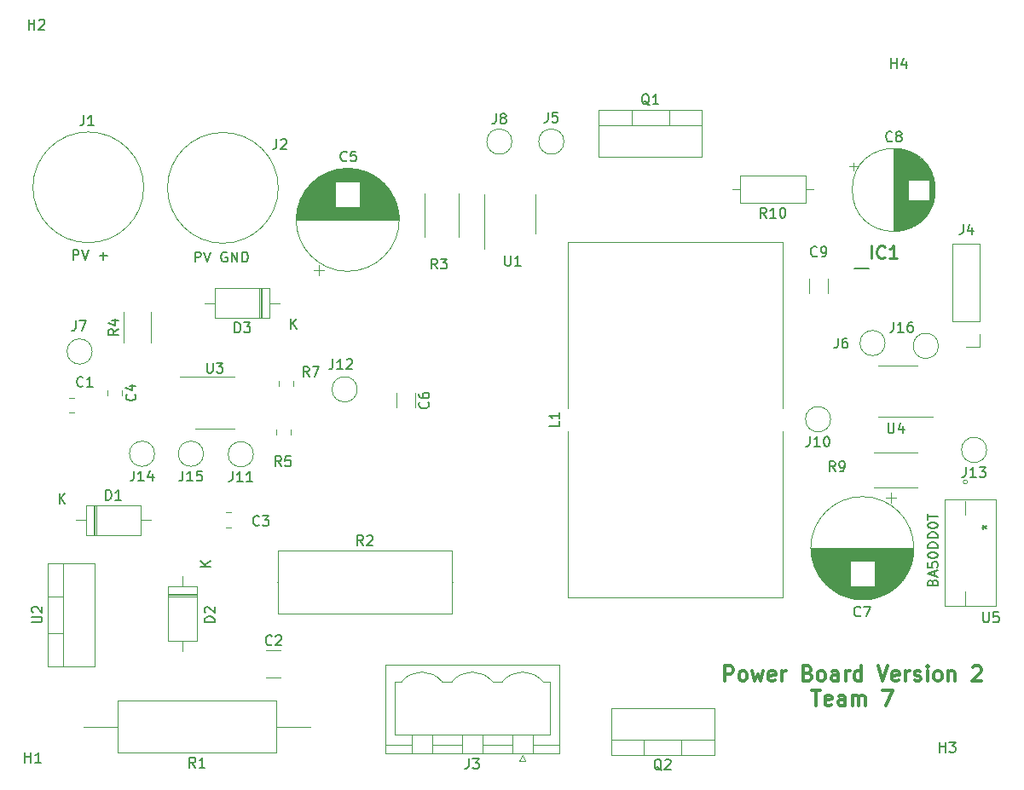
<source format=gbr>
%TF.GenerationSoftware,KiCad,Pcbnew,(6.0.1)*%
%TF.CreationDate,2022-03-30T23:18:15-05:00*%
%TF.ProjectId,system_voltages,73797374-656d-45f7-966f-6c7461676573,rev?*%
%TF.SameCoordinates,Original*%
%TF.FileFunction,Legend,Top*%
%TF.FilePolarity,Positive*%
%FSLAX46Y46*%
G04 Gerber Fmt 4.6, Leading zero omitted, Abs format (unit mm)*
G04 Created by KiCad (PCBNEW (6.0.1)) date 2022-03-30 23:18:15*
%MOMM*%
%LPD*%
G01*
G04 APERTURE LIST*
%ADD10C,0.300000*%
%ADD11C,0.150000*%
%ADD12C,0.254000*%
%ADD13C,0.120000*%
%ADD14C,0.200000*%
G04 APERTURE END LIST*
D10*
X126985714Y-144251071D02*
X126985714Y-142751071D01*
X127557142Y-142751071D01*
X127700000Y-142822500D01*
X127771428Y-142893928D01*
X127842857Y-143036785D01*
X127842857Y-143251071D01*
X127771428Y-143393928D01*
X127700000Y-143465357D01*
X127557142Y-143536785D01*
X126985714Y-143536785D01*
X128700000Y-144251071D02*
X128557142Y-144179642D01*
X128485714Y-144108214D01*
X128414285Y-143965357D01*
X128414285Y-143536785D01*
X128485714Y-143393928D01*
X128557142Y-143322500D01*
X128700000Y-143251071D01*
X128914285Y-143251071D01*
X129057142Y-143322500D01*
X129128571Y-143393928D01*
X129200000Y-143536785D01*
X129200000Y-143965357D01*
X129128571Y-144108214D01*
X129057142Y-144179642D01*
X128914285Y-144251071D01*
X128700000Y-144251071D01*
X129700000Y-143251071D02*
X129985714Y-144251071D01*
X130271428Y-143536785D01*
X130557142Y-144251071D01*
X130842857Y-143251071D01*
X131985714Y-144179642D02*
X131842857Y-144251071D01*
X131557142Y-144251071D01*
X131414285Y-144179642D01*
X131342857Y-144036785D01*
X131342857Y-143465357D01*
X131414285Y-143322500D01*
X131557142Y-143251071D01*
X131842857Y-143251071D01*
X131985714Y-143322500D01*
X132057142Y-143465357D01*
X132057142Y-143608214D01*
X131342857Y-143751071D01*
X132700000Y-144251071D02*
X132700000Y-143251071D01*
X132700000Y-143536785D02*
X132771428Y-143393928D01*
X132842857Y-143322500D01*
X132985714Y-143251071D01*
X133128571Y-143251071D01*
X135271428Y-143465357D02*
X135485714Y-143536785D01*
X135557142Y-143608214D01*
X135628571Y-143751071D01*
X135628571Y-143965357D01*
X135557142Y-144108214D01*
X135485714Y-144179642D01*
X135342857Y-144251071D01*
X134771428Y-144251071D01*
X134771428Y-142751071D01*
X135271428Y-142751071D01*
X135414285Y-142822500D01*
X135485714Y-142893928D01*
X135557142Y-143036785D01*
X135557142Y-143179642D01*
X135485714Y-143322500D01*
X135414285Y-143393928D01*
X135271428Y-143465357D01*
X134771428Y-143465357D01*
X136485714Y-144251071D02*
X136342857Y-144179642D01*
X136271428Y-144108214D01*
X136200000Y-143965357D01*
X136200000Y-143536785D01*
X136271428Y-143393928D01*
X136342857Y-143322500D01*
X136485714Y-143251071D01*
X136700000Y-143251071D01*
X136842857Y-143322500D01*
X136914285Y-143393928D01*
X136985714Y-143536785D01*
X136985714Y-143965357D01*
X136914285Y-144108214D01*
X136842857Y-144179642D01*
X136700000Y-144251071D01*
X136485714Y-144251071D01*
X138271428Y-144251071D02*
X138271428Y-143465357D01*
X138200000Y-143322500D01*
X138057142Y-143251071D01*
X137771428Y-143251071D01*
X137628571Y-143322500D01*
X138271428Y-144179642D02*
X138128571Y-144251071D01*
X137771428Y-144251071D01*
X137628571Y-144179642D01*
X137557142Y-144036785D01*
X137557142Y-143893928D01*
X137628571Y-143751071D01*
X137771428Y-143679642D01*
X138128571Y-143679642D01*
X138271428Y-143608214D01*
X138985714Y-144251071D02*
X138985714Y-143251071D01*
X138985714Y-143536785D02*
X139057142Y-143393928D01*
X139128571Y-143322500D01*
X139271428Y-143251071D01*
X139414285Y-143251071D01*
X140557142Y-144251071D02*
X140557142Y-142751071D01*
X140557142Y-144179642D02*
X140414285Y-144251071D01*
X140128571Y-144251071D01*
X139985714Y-144179642D01*
X139914285Y-144108214D01*
X139842857Y-143965357D01*
X139842857Y-143536785D01*
X139914285Y-143393928D01*
X139985714Y-143322500D01*
X140128571Y-143251071D01*
X140414285Y-143251071D01*
X140557142Y-143322500D01*
X142200000Y-142751071D02*
X142700000Y-144251071D01*
X143200000Y-142751071D01*
X144271428Y-144179642D02*
X144128571Y-144251071D01*
X143842857Y-144251071D01*
X143700000Y-144179642D01*
X143628571Y-144036785D01*
X143628571Y-143465357D01*
X143700000Y-143322500D01*
X143842857Y-143251071D01*
X144128571Y-143251071D01*
X144271428Y-143322500D01*
X144342857Y-143465357D01*
X144342857Y-143608214D01*
X143628571Y-143751071D01*
X144985714Y-144251071D02*
X144985714Y-143251071D01*
X144985714Y-143536785D02*
X145057142Y-143393928D01*
X145128571Y-143322500D01*
X145271428Y-143251071D01*
X145414285Y-143251071D01*
X145842857Y-144179642D02*
X145985714Y-144251071D01*
X146271428Y-144251071D01*
X146414285Y-144179642D01*
X146485714Y-144036785D01*
X146485714Y-143965357D01*
X146414285Y-143822500D01*
X146271428Y-143751071D01*
X146057142Y-143751071D01*
X145914285Y-143679642D01*
X145842857Y-143536785D01*
X145842857Y-143465357D01*
X145914285Y-143322500D01*
X146057142Y-143251071D01*
X146271428Y-143251071D01*
X146414285Y-143322500D01*
X147128571Y-144251071D02*
X147128571Y-143251071D01*
X147128571Y-142751071D02*
X147057142Y-142822500D01*
X147128571Y-142893928D01*
X147200000Y-142822500D01*
X147128571Y-142751071D01*
X147128571Y-142893928D01*
X148057142Y-144251071D02*
X147914285Y-144179642D01*
X147842857Y-144108214D01*
X147771428Y-143965357D01*
X147771428Y-143536785D01*
X147842857Y-143393928D01*
X147914285Y-143322500D01*
X148057142Y-143251071D01*
X148271428Y-143251071D01*
X148414285Y-143322500D01*
X148485714Y-143393928D01*
X148557142Y-143536785D01*
X148557142Y-143965357D01*
X148485714Y-144108214D01*
X148414285Y-144179642D01*
X148271428Y-144251071D01*
X148057142Y-144251071D01*
X149200000Y-143251071D02*
X149200000Y-144251071D01*
X149200000Y-143393928D02*
X149271428Y-143322500D01*
X149414285Y-143251071D01*
X149628571Y-143251071D01*
X149771428Y-143322500D01*
X149842857Y-143465357D01*
X149842857Y-144251071D01*
X151628571Y-142893928D02*
X151700000Y-142822500D01*
X151842857Y-142751071D01*
X152200000Y-142751071D01*
X152342857Y-142822500D01*
X152414285Y-142893928D01*
X152485714Y-143036785D01*
X152485714Y-143179642D01*
X152414285Y-143393928D01*
X151557142Y-144251071D01*
X152485714Y-144251071D01*
X135664285Y-145166071D02*
X136521428Y-145166071D01*
X136092857Y-146666071D02*
X136092857Y-145166071D01*
X137592857Y-146594642D02*
X137450000Y-146666071D01*
X137164285Y-146666071D01*
X137021428Y-146594642D01*
X136950000Y-146451785D01*
X136950000Y-145880357D01*
X137021428Y-145737500D01*
X137164285Y-145666071D01*
X137450000Y-145666071D01*
X137592857Y-145737500D01*
X137664285Y-145880357D01*
X137664285Y-146023214D01*
X136950000Y-146166071D01*
X138950000Y-146666071D02*
X138950000Y-145880357D01*
X138878571Y-145737500D01*
X138735714Y-145666071D01*
X138450000Y-145666071D01*
X138307142Y-145737500D01*
X138950000Y-146594642D02*
X138807142Y-146666071D01*
X138450000Y-146666071D01*
X138307142Y-146594642D01*
X138235714Y-146451785D01*
X138235714Y-146308928D01*
X138307142Y-146166071D01*
X138450000Y-146094642D01*
X138807142Y-146094642D01*
X138950000Y-146023214D01*
X139664285Y-146666071D02*
X139664285Y-145666071D01*
X139664285Y-145808928D02*
X139735714Y-145737500D01*
X139878571Y-145666071D01*
X140092857Y-145666071D01*
X140235714Y-145737500D01*
X140307142Y-145880357D01*
X140307142Y-146666071D01*
X140307142Y-145880357D02*
X140378571Y-145737500D01*
X140521428Y-145666071D01*
X140735714Y-145666071D01*
X140878571Y-145737500D01*
X140950000Y-145880357D01*
X140950000Y-146666071D01*
X142664285Y-145166071D02*
X143664285Y-145166071D01*
X143021428Y-146666071D01*
D11*
X62292123Y-102407980D02*
X62292123Y-101407980D01*
X62673076Y-101407980D01*
X62768314Y-101455600D01*
X62815933Y-101503219D01*
X62863552Y-101598457D01*
X62863552Y-101741314D01*
X62815933Y-101836552D01*
X62768314Y-101884171D01*
X62673076Y-101931790D01*
X62292123Y-101931790D01*
X63149266Y-101407980D02*
X63482600Y-102407980D01*
X63815933Y-101407980D01*
X64911171Y-102027028D02*
X65673076Y-102027028D01*
X65292123Y-102407980D02*
X65292123Y-101646076D01*
X74417561Y-102611180D02*
X74417561Y-101611180D01*
X74798514Y-101611180D01*
X74893752Y-101658800D01*
X74941371Y-101706419D01*
X74988990Y-101801657D01*
X74988990Y-101944514D01*
X74941371Y-102039752D01*
X74893752Y-102087371D01*
X74798514Y-102134990D01*
X74417561Y-102134990D01*
X75274704Y-101611180D02*
X75608038Y-102611180D01*
X75941371Y-101611180D01*
X77560419Y-101658800D02*
X77465180Y-101611180D01*
X77322323Y-101611180D01*
X77179466Y-101658800D01*
X77084228Y-101754038D01*
X77036609Y-101849276D01*
X76988990Y-102039752D01*
X76988990Y-102182609D01*
X77036609Y-102373085D01*
X77084228Y-102468323D01*
X77179466Y-102563561D01*
X77322323Y-102611180D01*
X77417561Y-102611180D01*
X77560419Y-102563561D01*
X77608038Y-102515942D01*
X77608038Y-102182609D01*
X77417561Y-102182609D01*
X78036609Y-102611180D02*
X78036609Y-101611180D01*
X78608038Y-102611180D01*
X78608038Y-101611180D01*
X79084228Y-102611180D02*
X79084228Y-101611180D01*
X79322323Y-101611180D01*
X79465180Y-101658800D01*
X79560419Y-101754038D01*
X79608038Y-101849276D01*
X79655657Y-102039752D01*
X79655657Y-102182609D01*
X79608038Y-102373085D01*
X79560419Y-102468323D01*
X79465180Y-102563561D01*
X79322323Y-102611180D01*
X79084228Y-102611180D01*
%TO.C,R10*%
X131132342Y-98224780D02*
X130799009Y-97748590D01*
X130560914Y-98224780D02*
X130560914Y-97224780D01*
X130941866Y-97224780D01*
X131037104Y-97272400D01*
X131084723Y-97320019D01*
X131132342Y-97415257D01*
X131132342Y-97558114D01*
X131084723Y-97653352D01*
X131037104Y-97700971D01*
X130941866Y-97748590D01*
X130560914Y-97748590D01*
X132084723Y-98224780D02*
X131513295Y-98224780D01*
X131799009Y-98224780D02*
X131799009Y-97224780D01*
X131703771Y-97367638D01*
X131608533Y-97462876D01*
X131513295Y-97510495D01*
X132703771Y-97224780D02*
X132799009Y-97224780D01*
X132894247Y-97272400D01*
X132941866Y-97320019D01*
X132989485Y-97415257D01*
X133037104Y-97605733D01*
X133037104Y-97843828D01*
X132989485Y-98034304D01*
X132941866Y-98129542D01*
X132894247Y-98177161D01*
X132799009Y-98224780D01*
X132703771Y-98224780D01*
X132608533Y-98177161D01*
X132560914Y-98129542D01*
X132513295Y-98034304D01*
X132465676Y-97843828D01*
X132465676Y-97605733D01*
X132513295Y-97415257D01*
X132560914Y-97320019D01*
X132608533Y-97272400D01*
X132703771Y-97224780D01*
%TO.C,C9*%
X136155133Y-101982542D02*
X136107514Y-102030161D01*
X135964657Y-102077780D01*
X135869419Y-102077780D01*
X135726561Y-102030161D01*
X135631323Y-101934923D01*
X135583704Y-101839685D01*
X135536085Y-101649209D01*
X135536085Y-101506352D01*
X135583704Y-101315876D01*
X135631323Y-101220638D01*
X135726561Y-101125400D01*
X135869419Y-101077780D01*
X135964657Y-101077780D01*
X136107514Y-101125400D01*
X136155133Y-101173019D01*
X136631323Y-102077780D02*
X136821800Y-102077780D01*
X136917038Y-102030161D01*
X136964657Y-101982542D01*
X137059895Y-101839685D01*
X137107514Y-101649209D01*
X137107514Y-101268257D01*
X137059895Y-101173019D01*
X137012276Y-101125400D01*
X136917038Y-101077780D01*
X136726561Y-101077780D01*
X136631323Y-101125400D01*
X136583704Y-101173019D01*
X136536085Y-101268257D01*
X136536085Y-101506352D01*
X136583704Y-101601590D01*
X136631323Y-101649209D01*
X136726561Y-101696828D01*
X136917038Y-101696828D01*
X137012276Y-101649209D01*
X137059895Y-101601590D01*
X137107514Y-101506352D01*
%TO.C,R9*%
X137983933Y-123413780D02*
X137650600Y-122937590D01*
X137412504Y-123413780D02*
X137412504Y-122413780D01*
X137793457Y-122413780D01*
X137888695Y-122461400D01*
X137936314Y-122509019D01*
X137983933Y-122604257D01*
X137983933Y-122747114D01*
X137936314Y-122842352D01*
X137888695Y-122889971D01*
X137793457Y-122937590D01*
X137412504Y-122937590D01*
X138460123Y-123413780D02*
X138650600Y-123413780D01*
X138745838Y-123366161D01*
X138793457Y-123318542D01*
X138888695Y-123175685D01*
X138936314Y-122985209D01*
X138936314Y-122604257D01*
X138888695Y-122509019D01*
X138841076Y-122461400D01*
X138745838Y-122413780D01*
X138555361Y-122413780D01*
X138460123Y-122461400D01*
X138412504Y-122509019D01*
X138364885Y-122604257D01*
X138364885Y-122842352D01*
X138412504Y-122937590D01*
X138460123Y-122985209D01*
X138555361Y-123032828D01*
X138745838Y-123032828D01*
X138841076Y-122985209D01*
X138888695Y-122937590D01*
X138936314Y-122842352D01*
%TO.C,C4*%
X68432742Y-115762066D02*
X68480361Y-115809685D01*
X68527980Y-115952542D01*
X68527980Y-116047780D01*
X68480361Y-116190638D01*
X68385123Y-116285876D01*
X68289885Y-116333495D01*
X68099409Y-116381114D01*
X67956552Y-116381114D01*
X67766076Y-116333495D01*
X67670838Y-116285876D01*
X67575600Y-116190638D01*
X67527980Y-116047780D01*
X67527980Y-115952542D01*
X67575600Y-115809685D01*
X67623219Y-115762066D01*
X67861314Y-114904923D02*
X68527980Y-114904923D01*
X67480361Y-115143019D02*
X68194647Y-115381114D01*
X68194647Y-114762066D01*
%TO.C,U5*%
X152661994Y-137399780D02*
X152661994Y-138209304D01*
X152709613Y-138304542D01*
X152757232Y-138352161D01*
X152852470Y-138399780D01*
X153042946Y-138399780D01*
X153138184Y-138352161D01*
X153185803Y-138304542D01*
X153233422Y-138209304D01*
X153233422Y-137399780D01*
X154185803Y-137399780D02*
X153709613Y-137399780D01*
X153661994Y-137875971D01*
X153709613Y-137828352D01*
X153804851Y-137780733D01*
X154042946Y-137780733D01*
X154138184Y-137828352D01*
X154185803Y-137875971D01*
X154233422Y-137971209D01*
X154233422Y-138209304D01*
X154185803Y-138304542D01*
X154138184Y-138352161D01*
X154042946Y-138399780D01*
X153804851Y-138399780D01*
X153709613Y-138352161D01*
X153661994Y-138304542D01*
X147629571Y-134459266D02*
X147677190Y-134316409D01*
X147724809Y-134268790D01*
X147820047Y-134221171D01*
X147962904Y-134221171D01*
X148058142Y-134268790D01*
X148105761Y-134316409D01*
X148153380Y-134411647D01*
X148153380Y-134792600D01*
X147153380Y-134792600D01*
X147153380Y-134459266D01*
X147201000Y-134364028D01*
X147248619Y-134316409D01*
X147343857Y-134268790D01*
X147439095Y-134268790D01*
X147534333Y-134316409D01*
X147581952Y-134364028D01*
X147629571Y-134459266D01*
X147629571Y-134792600D01*
X147867666Y-133840219D02*
X147867666Y-133364028D01*
X148153380Y-133935457D02*
X147153380Y-133602123D01*
X148153380Y-133268790D01*
X147153380Y-132459266D02*
X147153380Y-132935457D01*
X147629571Y-132983076D01*
X147581952Y-132935457D01*
X147534333Y-132840219D01*
X147534333Y-132602123D01*
X147581952Y-132506885D01*
X147629571Y-132459266D01*
X147724809Y-132411647D01*
X147962904Y-132411647D01*
X148058142Y-132459266D01*
X148105761Y-132506885D01*
X148153380Y-132602123D01*
X148153380Y-132840219D01*
X148105761Y-132935457D01*
X148058142Y-132983076D01*
X147153380Y-131792600D02*
X147153380Y-131697361D01*
X147201000Y-131602123D01*
X147248619Y-131554504D01*
X147343857Y-131506885D01*
X147534333Y-131459266D01*
X147772428Y-131459266D01*
X147962904Y-131506885D01*
X148058142Y-131554504D01*
X148105761Y-131602123D01*
X148153380Y-131697361D01*
X148153380Y-131792600D01*
X148105761Y-131887838D01*
X148058142Y-131935457D01*
X147962904Y-131983076D01*
X147772428Y-132030695D01*
X147534333Y-132030695D01*
X147343857Y-131983076D01*
X147248619Y-131935457D01*
X147201000Y-131887838D01*
X147153380Y-131792600D01*
X148153380Y-131030695D02*
X147153380Y-131030695D01*
X147153380Y-130792600D01*
X147201000Y-130649742D01*
X147296238Y-130554504D01*
X147391476Y-130506885D01*
X147581952Y-130459266D01*
X147724809Y-130459266D01*
X147915285Y-130506885D01*
X148010523Y-130554504D01*
X148105761Y-130649742D01*
X148153380Y-130792600D01*
X148153380Y-131030695D01*
X148153380Y-130030695D02*
X147153380Y-130030695D01*
X147153380Y-129792600D01*
X147201000Y-129649742D01*
X147296238Y-129554504D01*
X147391476Y-129506885D01*
X147581952Y-129459266D01*
X147724809Y-129459266D01*
X147915285Y-129506885D01*
X148010523Y-129554504D01*
X148105761Y-129649742D01*
X148153380Y-129792600D01*
X148153380Y-130030695D01*
X147153380Y-128840219D02*
X147153380Y-128744980D01*
X147201000Y-128649742D01*
X147248619Y-128602123D01*
X147343857Y-128554504D01*
X147534333Y-128506885D01*
X147772428Y-128506885D01*
X147962904Y-128554504D01*
X148058142Y-128602123D01*
X148105761Y-128649742D01*
X148153380Y-128744980D01*
X148153380Y-128840219D01*
X148105761Y-128935457D01*
X148058142Y-128983076D01*
X147962904Y-129030695D01*
X147772428Y-129078314D01*
X147534333Y-129078314D01*
X147343857Y-129030695D01*
X147248619Y-128983076D01*
X147201000Y-128935457D01*
X147153380Y-128840219D01*
X147153380Y-128221171D02*
X147153380Y-127649742D01*
X148153380Y-127935457D02*
X147153380Y-127935457D01*
X152538180Y-128955800D02*
X152776276Y-128955800D01*
X152681038Y-129193895D02*
X152776276Y-128955800D01*
X152681038Y-128717704D01*
X152966752Y-129098657D02*
X152776276Y-128955800D01*
X152966752Y-128812942D01*
%TO.C,D2*%
X76328380Y-138406095D02*
X75328380Y-138406095D01*
X75328380Y-138168000D01*
X75376000Y-138025142D01*
X75471238Y-137929904D01*
X75566476Y-137882285D01*
X75756952Y-137834666D01*
X75899809Y-137834666D01*
X76090285Y-137882285D01*
X76185523Y-137929904D01*
X76280761Y-138025142D01*
X76328380Y-138168000D01*
X76328380Y-138406095D01*
X75423619Y-137453714D02*
X75376000Y-137406095D01*
X75328380Y-137310857D01*
X75328380Y-137072761D01*
X75376000Y-136977523D01*
X75423619Y-136929904D01*
X75518857Y-136882285D01*
X75614095Y-136882285D01*
X75756952Y-136929904D01*
X76328380Y-137501333D01*
X76328380Y-136882285D01*
X75958380Y-132849904D02*
X74958380Y-132849904D01*
X75958380Y-132278476D02*
X75386952Y-132707047D01*
X74958380Y-132278476D02*
X75529809Y-132849904D01*
%TO.C,J1*%
X63344466Y-88047580D02*
X63344466Y-88761866D01*
X63296847Y-88904723D01*
X63201609Y-88999961D01*
X63058752Y-89047580D01*
X62963514Y-89047580D01*
X64344466Y-89047580D02*
X63773038Y-89047580D01*
X64058752Y-89047580D02*
X64058752Y-88047580D01*
X63963514Y-88190438D01*
X63868276Y-88285676D01*
X63773038Y-88333295D01*
%TO.C,L1*%
X110575580Y-118454466D02*
X110575580Y-118930657D01*
X109575580Y-118930657D01*
X110575580Y-117597323D02*
X110575580Y-118168752D01*
X110575580Y-117883038D02*
X109575580Y-117883038D01*
X109718438Y-117978276D01*
X109813676Y-118073514D01*
X109861295Y-118168752D01*
%TO.C,J3*%
X101596866Y-151948280D02*
X101596866Y-152662566D01*
X101549247Y-152805423D01*
X101454009Y-152900661D01*
X101311152Y-152948280D01*
X101215914Y-152948280D01*
X101977819Y-151948280D02*
X102596866Y-151948280D01*
X102263533Y-152329233D01*
X102406390Y-152329233D01*
X102501628Y-152376852D01*
X102549247Y-152424471D01*
X102596866Y-152519709D01*
X102596866Y-152757804D01*
X102549247Y-152853042D01*
X102501628Y-152900661D01*
X102406390Y-152948280D01*
X102120676Y-152948280D01*
X102025438Y-152900661D01*
X101977819Y-152853042D01*
%TO.C,J6*%
X138223666Y-110170980D02*
X138223666Y-110885266D01*
X138176047Y-111028123D01*
X138080809Y-111123361D01*
X137937952Y-111170980D01*
X137842714Y-111170980D01*
X139128428Y-110170980D02*
X138937952Y-110170980D01*
X138842714Y-110218600D01*
X138795095Y-110266219D01*
X138699857Y-110409076D01*
X138652238Y-110599552D01*
X138652238Y-110980504D01*
X138699857Y-111075742D01*
X138747476Y-111123361D01*
X138842714Y-111170980D01*
X139033190Y-111170980D01*
X139128428Y-111123361D01*
X139176047Y-111075742D01*
X139223666Y-110980504D01*
X139223666Y-110742409D01*
X139176047Y-110647171D01*
X139128428Y-110599552D01*
X139033190Y-110551933D01*
X138842714Y-110551933D01*
X138747476Y-110599552D01*
X138699857Y-110647171D01*
X138652238Y-110742409D01*
%TO.C,R2*%
X91095533Y-130774580D02*
X90762200Y-130298390D01*
X90524104Y-130774580D02*
X90524104Y-129774580D01*
X90905057Y-129774580D01*
X91000295Y-129822200D01*
X91047914Y-129869819D01*
X91095533Y-129965057D01*
X91095533Y-130107914D01*
X91047914Y-130203152D01*
X91000295Y-130250771D01*
X90905057Y-130298390D01*
X90524104Y-130298390D01*
X91476485Y-129869819D02*
X91524104Y-129822200D01*
X91619342Y-129774580D01*
X91857438Y-129774580D01*
X91952676Y-129822200D01*
X92000295Y-129869819D01*
X92047914Y-129965057D01*
X92047914Y-130060295D01*
X92000295Y-130203152D01*
X91428866Y-130774580D01*
X92047914Y-130774580D01*
%TO.C,C2*%
X82027733Y-140601942D02*
X81980114Y-140649561D01*
X81837257Y-140697180D01*
X81742019Y-140697180D01*
X81599161Y-140649561D01*
X81503923Y-140554323D01*
X81456304Y-140459085D01*
X81408685Y-140268609D01*
X81408685Y-140125752D01*
X81456304Y-139935276D01*
X81503923Y-139840038D01*
X81599161Y-139744800D01*
X81742019Y-139697180D01*
X81837257Y-139697180D01*
X81980114Y-139744800D01*
X82027733Y-139792419D01*
X82408685Y-139792419D02*
X82456304Y-139744800D01*
X82551542Y-139697180D01*
X82789638Y-139697180D01*
X82884876Y-139744800D01*
X82932495Y-139792419D01*
X82980114Y-139887657D01*
X82980114Y-139982895D01*
X82932495Y-140125752D01*
X82361066Y-140697180D01*
X82980114Y-140697180D01*
%TO.C,U4*%
X143230695Y-118603780D02*
X143230695Y-119413304D01*
X143278314Y-119508542D01*
X143325933Y-119556161D01*
X143421171Y-119603780D01*
X143611647Y-119603780D01*
X143706885Y-119556161D01*
X143754504Y-119508542D01*
X143802123Y-119413304D01*
X143802123Y-118603780D01*
X144706885Y-118937114D02*
X144706885Y-119603780D01*
X144468790Y-118556161D02*
X144230695Y-119270447D01*
X144849742Y-119270447D01*
%TO.C,H4*%
X143535495Y-83357980D02*
X143535495Y-82357980D01*
X143535495Y-82834171D02*
X144106923Y-82834171D01*
X144106923Y-83357980D02*
X144106923Y-82357980D01*
X145011685Y-82691314D02*
X145011685Y-83357980D01*
X144773590Y-82310361D02*
X144535495Y-83024647D01*
X145154542Y-83024647D01*
%TO.C,C6*%
X97533342Y-116531072D02*
X97580961Y-116578691D01*
X97628580Y-116721548D01*
X97628580Y-116816786D01*
X97580961Y-116959644D01*
X97485723Y-117054882D01*
X97390485Y-117102501D01*
X97200009Y-117150120D01*
X97057152Y-117150120D01*
X96866676Y-117102501D01*
X96771438Y-117054882D01*
X96676200Y-116959644D01*
X96628580Y-116816786D01*
X96628580Y-116721548D01*
X96676200Y-116578691D01*
X96723819Y-116531072D01*
X96628580Y-115673929D02*
X96628580Y-115864406D01*
X96676200Y-115959644D01*
X96723819Y-116007263D01*
X96866676Y-116102501D01*
X97057152Y-116150120D01*
X97438104Y-116150120D01*
X97533342Y-116102501D01*
X97580961Y-116054882D01*
X97628580Y-115959644D01*
X97628580Y-115769167D01*
X97580961Y-115673929D01*
X97533342Y-115626310D01*
X97438104Y-115578691D01*
X97200009Y-115578691D01*
X97104771Y-115626310D01*
X97057152Y-115673929D01*
X97009533Y-115769167D01*
X97009533Y-115959644D01*
X97057152Y-116054882D01*
X97104771Y-116102501D01*
X97200009Y-116150120D01*
%TO.C,J12*%
X88090476Y-112253780D02*
X88090476Y-112968066D01*
X88042857Y-113110923D01*
X87947619Y-113206161D01*
X87804761Y-113253780D01*
X87709523Y-113253780D01*
X89090476Y-113253780D02*
X88519047Y-113253780D01*
X88804761Y-113253780D02*
X88804761Y-112253780D01*
X88709523Y-112396638D01*
X88614285Y-112491876D01*
X88519047Y-112539495D01*
X89471428Y-112349019D02*
X89519047Y-112301400D01*
X89614285Y-112253780D01*
X89852380Y-112253780D01*
X89947619Y-112301400D01*
X89995238Y-112349019D01*
X90042857Y-112444257D01*
X90042857Y-112539495D01*
X89995238Y-112682352D01*
X89423809Y-113253780D01*
X90042857Y-113253780D01*
%TO.C,H2*%
X57886695Y-79513580D02*
X57886695Y-78513580D01*
X57886695Y-78989771D02*
X58458123Y-78989771D01*
X58458123Y-79513580D02*
X58458123Y-78513580D01*
X58886695Y-78608819D02*
X58934314Y-78561200D01*
X59029552Y-78513580D01*
X59267647Y-78513580D01*
X59362885Y-78561200D01*
X59410504Y-78608819D01*
X59458123Y-78704057D01*
X59458123Y-78799295D01*
X59410504Y-78942152D01*
X58839076Y-79513580D01*
X59458123Y-79513580D01*
%TO.C,R4*%
X66803180Y-109285066D02*
X66326990Y-109618400D01*
X66803180Y-109856495D02*
X65803180Y-109856495D01*
X65803180Y-109475542D01*
X65850800Y-109380304D01*
X65898419Y-109332685D01*
X65993657Y-109285066D01*
X66136514Y-109285066D01*
X66231752Y-109332685D01*
X66279371Y-109380304D01*
X66326990Y-109475542D01*
X66326990Y-109856495D01*
X66136514Y-108427923D02*
X66803180Y-108427923D01*
X65755561Y-108666019D02*
X66469847Y-108904114D01*
X66469847Y-108285066D01*
%TO.C,C8*%
X143618482Y-90560342D02*
X143570863Y-90607961D01*
X143428006Y-90655580D01*
X143332768Y-90655580D01*
X143189910Y-90607961D01*
X143094672Y-90512723D01*
X143047053Y-90417485D01*
X142999434Y-90227009D01*
X142999434Y-90084152D01*
X143047053Y-89893676D01*
X143094672Y-89798438D01*
X143189910Y-89703200D01*
X143332768Y-89655580D01*
X143428006Y-89655580D01*
X143570863Y-89703200D01*
X143618482Y-89750819D01*
X144189910Y-90084152D02*
X144094672Y-90036533D01*
X144047053Y-89988914D01*
X143999434Y-89893676D01*
X143999434Y-89846057D01*
X144047053Y-89750819D01*
X144094672Y-89703200D01*
X144189910Y-89655580D01*
X144380387Y-89655580D01*
X144475625Y-89703200D01*
X144523244Y-89750819D01*
X144570863Y-89846057D01*
X144570863Y-89893676D01*
X144523244Y-89988914D01*
X144475625Y-90036533D01*
X144380387Y-90084152D01*
X144189910Y-90084152D01*
X144094672Y-90131771D01*
X144047053Y-90179390D01*
X143999434Y-90274628D01*
X143999434Y-90465104D01*
X144047053Y-90560342D01*
X144094672Y-90607961D01*
X144189910Y-90655580D01*
X144380387Y-90655580D01*
X144475625Y-90607961D01*
X144523244Y-90560342D01*
X144570863Y-90465104D01*
X144570863Y-90274628D01*
X144523244Y-90179390D01*
X144475625Y-90131771D01*
X144380387Y-90084152D01*
%TO.C,C5*%
X89469933Y-92533742D02*
X89422314Y-92581361D01*
X89279457Y-92628980D01*
X89184219Y-92628980D01*
X89041361Y-92581361D01*
X88946123Y-92486123D01*
X88898504Y-92390885D01*
X88850885Y-92200409D01*
X88850885Y-92057552D01*
X88898504Y-91867076D01*
X88946123Y-91771838D01*
X89041361Y-91676600D01*
X89184219Y-91628980D01*
X89279457Y-91628980D01*
X89422314Y-91676600D01*
X89469933Y-91724219D01*
X90374695Y-91628980D02*
X89898504Y-91628980D01*
X89850885Y-92105171D01*
X89898504Y-92057552D01*
X89993742Y-92009933D01*
X90231838Y-92009933D01*
X90327076Y-92057552D01*
X90374695Y-92105171D01*
X90422314Y-92200409D01*
X90422314Y-92438504D01*
X90374695Y-92533742D01*
X90327076Y-92581361D01*
X90231838Y-92628980D01*
X89993742Y-92628980D01*
X89898504Y-92581361D01*
X89850885Y-92533742D01*
%TO.C,J14*%
X68329276Y-123368380D02*
X68329276Y-124082666D01*
X68281657Y-124225523D01*
X68186419Y-124320761D01*
X68043561Y-124368380D01*
X67948323Y-124368380D01*
X69329276Y-124368380D02*
X68757847Y-124368380D01*
X69043561Y-124368380D02*
X69043561Y-123368380D01*
X68948323Y-123511238D01*
X68853085Y-123606476D01*
X68757847Y-123654095D01*
X70186419Y-123701714D02*
X70186419Y-124368380D01*
X69948323Y-123320761D02*
X69710228Y-124035047D01*
X70329276Y-124035047D01*
%TO.C,U1*%
X105180895Y-101992180D02*
X105180895Y-102801704D01*
X105228514Y-102896942D01*
X105276133Y-102944561D01*
X105371371Y-102992180D01*
X105561847Y-102992180D01*
X105657085Y-102944561D01*
X105704704Y-102896942D01*
X105752323Y-102801704D01*
X105752323Y-101992180D01*
X106752323Y-102992180D02*
X106180895Y-102992180D01*
X106466609Y-102992180D02*
X106466609Y-101992180D01*
X106371371Y-102135038D01*
X106276133Y-102230276D01*
X106180895Y-102277895D01*
%TO.C,J2*%
X82496066Y-90384380D02*
X82496066Y-91098666D01*
X82448447Y-91241523D01*
X82353209Y-91336761D01*
X82210352Y-91384380D01*
X82115114Y-91384380D01*
X82924638Y-90479619D02*
X82972257Y-90432000D01*
X83067495Y-90384380D01*
X83305590Y-90384380D01*
X83400828Y-90432000D01*
X83448447Y-90479619D01*
X83496066Y-90574857D01*
X83496066Y-90670095D01*
X83448447Y-90812952D01*
X82877019Y-91384380D01*
X83496066Y-91384380D01*
%TO.C,J4*%
X150669666Y-98867980D02*
X150669666Y-99582266D01*
X150622047Y-99725123D01*
X150526809Y-99820361D01*
X150383952Y-99867980D01*
X150288714Y-99867980D01*
X151574428Y-99201314D02*
X151574428Y-99867980D01*
X151336333Y-98820361D02*
X151098238Y-99534647D01*
X151717285Y-99534647D01*
%TO.C,R1*%
X74433133Y-152840180D02*
X74099800Y-152363990D01*
X73861704Y-152840180D02*
X73861704Y-151840180D01*
X74242657Y-151840180D01*
X74337895Y-151887800D01*
X74385514Y-151935419D01*
X74433133Y-152030657D01*
X74433133Y-152173514D01*
X74385514Y-152268752D01*
X74337895Y-152316371D01*
X74242657Y-152363990D01*
X73861704Y-152363990D01*
X75385514Y-152840180D02*
X74814085Y-152840180D01*
X75099800Y-152840180D02*
X75099800Y-151840180D01*
X75004561Y-151983038D01*
X74909323Y-152078276D01*
X74814085Y-152125895D01*
%TO.C,H3*%
X148336095Y-151319380D02*
X148336095Y-150319380D01*
X148336095Y-150795571D02*
X148907523Y-150795571D01*
X148907523Y-151319380D02*
X148907523Y-150319380D01*
X149288476Y-150319380D02*
X149907523Y-150319380D01*
X149574190Y-150700333D01*
X149717047Y-150700333D01*
X149812285Y-150747952D01*
X149859904Y-150795571D01*
X149907523Y-150890809D01*
X149907523Y-151128904D01*
X149859904Y-151224142D01*
X149812285Y-151271761D01*
X149717047Y-151319380D01*
X149431333Y-151319380D01*
X149336095Y-151271761D01*
X149288476Y-151224142D01*
%TO.C,U3*%
X75591095Y-112638380D02*
X75591095Y-113447904D01*
X75638714Y-113543142D01*
X75686333Y-113590761D01*
X75781571Y-113638380D01*
X75972047Y-113638380D01*
X76067285Y-113590761D01*
X76114904Y-113543142D01*
X76162523Y-113447904D01*
X76162523Y-112638380D01*
X76543476Y-112638380D02*
X77162523Y-112638380D01*
X76829190Y-113019333D01*
X76972047Y-113019333D01*
X77067285Y-113066952D01*
X77114904Y-113114571D01*
X77162523Y-113209809D01*
X77162523Y-113447904D01*
X77114904Y-113543142D01*
X77067285Y-113590761D01*
X76972047Y-113638380D01*
X76686333Y-113638380D01*
X76591095Y-113590761D01*
X76543476Y-113543142D01*
%TO.C,R5*%
X82967533Y-122905780D02*
X82634200Y-122429590D01*
X82396104Y-122905780D02*
X82396104Y-121905780D01*
X82777057Y-121905780D01*
X82872295Y-121953400D01*
X82919914Y-122001019D01*
X82967533Y-122096257D01*
X82967533Y-122239114D01*
X82919914Y-122334352D01*
X82872295Y-122381971D01*
X82777057Y-122429590D01*
X82396104Y-122429590D01*
X83872295Y-121905780D02*
X83396104Y-121905780D01*
X83348485Y-122381971D01*
X83396104Y-122334352D01*
X83491342Y-122286733D01*
X83729438Y-122286733D01*
X83824676Y-122334352D01*
X83872295Y-122381971D01*
X83919914Y-122477209D01*
X83919914Y-122715304D01*
X83872295Y-122810542D01*
X83824676Y-122858161D01*
X83729438Y-122905780D01*
X83491342Y-122905780D01*
X83396104Y-122858161D01*
X83348485Y-122810542D01*
%TO.C,R7*%
X85736133Y-114015780D02*
X85402800Y-113539590D01*
X85164704Y-114015780D02*
X85164704Y-113015780D01*
X85545657Y-113015780D01*
X85640895Y-113063400D01*
X85688514Y-113111019D01*
X85736133Y-113206257D01*
X85736133Y-113349114D01*
X85688514Y-113444352D01*
X85640895Y-113491971D01*
X85545657Y-113539590D01*
X85164704Y-113539590D01*
X86069466Y-113015780D02*
X86736133Y-113015780D01*
X86307561Y-114015780D01*
%TO.C,U2*%
X58204980Y-138429904D02*
X59014504Y-138429904D01*
X59109742Y-138382285D01*
X59157361Y-138334666D01*
X59204980Y-138239428D01*
X59204980Y-138048952D01*
X59157361Y-137953714D01*
X59109742Y-137906095D01*
X59014504Y-137858476D01*
X58204980Y-137858476D01*
X58300219Y-137429904D02*
X58252600Y-137382285D01*
X58204980Y-137287047D01*
X58204980Y-137048952D01*
X58252600Y-136953714D01*
X58300219Y-136906095D01*
X58395457Y-136858476D01*
X58490695Y-136858476D01*
X58633552Y-136906095D01*
X59204980Y-137477523D01*
X59204980Y-136858476D01*
%TO.C,J10*%
X135461476Y-119939380D02*
X135461476Y-120653666D01*
X135413857Y-120796523D01*
X135318619Y-120891761D01*
X135175761Y-120939380D01*
X135080523Y-120939380D01*
X136461476Y-120939380D02*
X135890047Y-120939380D01*
X136175761Y-120939380D02*
X136175761Y-119939380D01*
X136080523Y-120082238D01*
X135985285Y-120177476D01*
X135890047Y-120225095D01*
X137080523Y-119939380D02*
X137175761Y-119939380D01*
X137271000Y-119987000D01*
X137318619Y-120034619D01*
X137366238Y-120129857D01*
X137413857Y-120320333D01*
X137413857Y-120558428D01*
X137366238Y-120748904D01*
X137318619Y-120844142D01*
X137271000Y-120891761D01*
X137175761Y-120939380D01*
X137080523Y-120939380D01*
X136985285Y-120891761D01*
X136937666Y-120844142D01*
X136890047Y-120748904D01*
X136842428Y-120558428D01*
X136842428Y-120320333D01*
X136890047Y-120129857D01*
X136937666Y-120034619D01*
X136985285Y-119987000D01*
X137080523Y-119939380D01*
%TO.C,C7*%
X140473133Y-137745742D02*
X140425514Y-137793361D01*
X140282657Y-137840980D01*
X140187419Y-137840980D01*
X140044561Y-137793361D01*
X139949323Y-137698123D01*
X139901704Y-137602885D01*
X139854085Y-137412409D01*
X139854085Y-137269552D01*
X139901704Y-137079076D01*
X139949323Y-136983838D01*
X140044561Y-136888600D01*
X140187419Y-136840980D01*
X140282657Y-136840980D01*
X140425514Y-136888600D01*
X140473133Y-136936219D01*
X140806466Y-136840980D02*
X141473133Y-136840980D01*
X141044561Y-137840980D01*
%TO.C,J8*%
X104289266Y-87869780D02*
X104289266Y-88584066D01*
X104241647Y-88726923D01*
X104146409Y-88822161D01*
X104003552Y-88869780D01*
X103908314Y-88869780D01*
X104908314Y-88298352D02*
X104813076Y-88250733D01*
X104765457Y-88203114D01*
X104717838Y-88107876D01*
X104717838Y-88060257D01*
X104765457Y-87965019D01*
X104813076Y-87917400D01*
X104908314Y-87869780D01*
X105098790Y-87869780D01*
X105194028Y-87917400D01*
X105241647Y-87965019D01*
X105289266Y-88060257D01*
X105289266Y-88107876D01*
X105241647Y-88203114D01*
X105194028Y-88250733D01*
X105098790Y-88298352D01*
X104908314Y-88298352D01*
X104813076Y-88345971D01*
X104765457Y-88393590D01*
X104717838Y-88488828D01*
X104717838Y-88679304D01*
X104765457Y-88774542D01*
X104813076Y-88822161D01*
X104908314Y-88869780D01*
X105098790Y-88869780D01*
X105194028Y-88822161D01*
X105241647Y-88774542D01*
X105289266Y-88679304D01*
X105289266Y-88488828D01*
X105241647Y-88393590D01*
X105194028Y-88345971D01*
X105098790Y-88298352D01*
%TO.C,Q2*%
X120732561Y-153128219D02*
X120637323Y-153080600D01*
X120542085Y-152985361D01*
X120399228Y-152842504D01*
X120303990Y-152794885D01*
X120208752Y-152794885D01*
X120256371Y-153032980D02*
X120161133Y-152985361D01*
X120065895Y-152890123D01*
X120018276Y-152699647D01*
X120018276Y-152366314D01*
X120065895Y-152175838D01*
X120161133Y-152080600D01*
X120256371Y-152032980D01*
X120446847Y-152032980D01*
X120542085Y-152080600D01*
X120637323Y-152175838D01*
X120684942Y-152366314D01*
X120684942Y-152699647D01*
X120637323Y-152890123D01*
X120542085Y-152985361D01*
X120446847Y-153032980D01*
X120256371Y-153032980D01*
X121065895Y-152128219D02*
X121113514Y-152080600D01*
X121208752Y-152032980D01*
X121446847Y-152032980D01*
X121542085Y-152080600D01*
X121589704Y-152128219D01*
X121637323Y-152223457D01*
X121637323Y-152318695D01*
X121589704Y-152461552D01*
X121018276Y-153032980D01*
X121637323Y-153032980D01*
%TO.C,C3*%
X80757733Y-128728742D02*
X80710114Y-128776361D01*
X80567257Y-128823980D01*
X80472019Y-128823980D01*
X80329161Y-128776361D01*
X80233923Y-128681123D01*
X80186304Y-128585885D01*
X80138685Y-128395409D01*
X80138685Y-128252552D01*
X80186304Y-128062076D01*
X80233923Y-127966838D01*
X80329161Y-127871600D01*
X80472019Y-127823980D01*
X80567257Y-127823980D01*
X80710114Y-127871600D01*
X80757733Y-127919219D01*
X81091066Y-127823980D02*
X81710114Y-127823980D01*
X81376780Y-128204933D01*
X81519638Y-128204933D01*
X81614876Y-128252552D01*
X81662495Y-128300171D01*
X81710114Y-128395409D01*
X81710114Y-128633504D01*
X81662495Y-128728742D01*
X81614876Y-128776361D01*
X81519638Y-128823980D01*
X81233923Y-128823980D01*
X81138685Y-128776361D01*
X81091066Y-128728742D01*
%TO.C,J5*%
X109445466Y-87742780D02*
X109445466Y-88457066D01*
X109397847Y-88599923D01*
X109302609Y-88695161D01*
X109159752Y-88742780D01*
X109064514Y-88742780D01*
X110397847Y-87742780D02*
X109921657Y-87742780D01*
X109874038Y-88218971D01*
X109921657Y-88171352D01*
X110016895Y-88123733D01*
X110254990Y-88123733D01*
X110350228Y-88171352D01*
X110397847Y-88218971D01*
X110445466Y-88314209D01*
X110445466Y-88552304D01*
X110397847Y-88647542D01*
X110350228Y-88695161D01*
X110254990Y-88742780D01*
X110016895Y-88742780D01*
X109921657Y-88695161D01*
X109874038Y-88647542D01*
%TO.C,J16*%
X143767276Y-108570780D02*
X143767276Y-109285066D01*
X143719657Y-109427923D01*
X143624419Y-109523161D01*
X143481561Y-109570780D01*
X143386323Y-109570780D01*
X144767276Y-109570780D02*
X144195847Y-109570780D01*
X144481561Y-109570780D02*
X144481561Y-108570780D01*
X144386323Y-108713638D01*
X144291085Y-108808876D01*
X144195847Y-108856495D01*
X145624419Y-108570780D02*
X145433942Y-108570780D01*
X145338704Y-108618400D01*
X145291085Y-108666019D01*
X145195847Y-108808876D01*
X145148228Y-108999352D01*
X145148228Y-109380304D01*
X145195847Y-109475542D01*
X145243466Y-109523161D01*
X145338704Y-109570780D01*
X145529180Y-109570780D01*
X145624419Y-109523161D01*
X145672038Y-109475542D01*
X145719657Y-109380304D01*
X145719657Y-109142209D01*
X145672038Y-109046971D01*
X145624419Y-108999352D01*
X145529180Y-108951733D01*
X145338704Y-108951733D01*
X145243466Y-108999352D01*
X145195847Y-109046971D01*
X145148228Y-109142209D01*
%TO.C,R3*%
X98461533Y-103296980D02*
X98128200Y-102820790D01*
X97890104Y-103296980D02*
X97890104Y-102296980D01*
X98271057Y-102296980D01*
X98366295Y-102344600D01*
X98413914Y-102392219D01*
X98461533Y-102487457D01*
X98461533Y-102630314D01*
X98413914Y-102725552D01*
X98366295Y-102773171D01*
X98271057Y-102820790D01*
X97890104Y-102820790D01*
X98794866Y-102296980D02*
X99413914Y-102296980D01*
X99080580Y-102677933D01*
X99223438Y-102677933D01*
X99318676Y-102725552D01*
X99366295Y-102773171D01*
X99413914Y-102868409D01*
X99413914Y-103106504D01*
X99366295Y-103201742D01*
X99318676Y-103249361D01*
X99223438Y-103296980D01*
X98937723Y-103296980D01*
X98842485Y-103249361D01*
X98794866Y-103201742D01*
%TO.C,Q1*%
X119513361Y-87037019D02*
X119418123Y-86989400D01*
X119322885Y-86894161D01*
X119180028Y-86751304D01*
X119084790Y-86703685D01*
X118989552Y-86703685D01*
X119037171Y-86941780D02*
X118941933Y-86894161D01*
X118846695Y-86798923D01*
X118799076Y-86608447D01*
X118799076Y-86275114D01*
X118846695Y-86084638D01*
X118941933Y-85989400D01*
X119037171Y-85941780D01*
X119227647Y-85941780D01*
X119322885Y-85989400D01*
X119418123Y-86084638D01*
X119465742Y-86275114D01*
X119465742Y-86608447D01*
X119418123Y-86798923D01*
X119322885Y-86894161D01*
X119227647Y-86941780D01*
X119037171Y-86941780D01*
X120418123Y-86941780D02*
X119846695Y-86941780D01*
X120132409Y-86941780D02*
X120132409Y-85941780D01*
X120037171Y-86084638D01*
X119941933Y-86179876D01*
X119846695Y-86227495D01*
D12*
%TO.C,IC1*%
X141559038Y-102250723D02*
X141559038Y-100980723D01*
X142889514Y-102129771D02*
X142829038Y-102190247D01*
X142647609Y-102250723D01*
X142526657Y-102250723D01*
X142345228Y-102190247D01*
X142224276Y-102069295D01*
X142163800Y-101948342D01*
X142103323Y-101706438D01*
X142103323Y-101525009D01*
X142163800Y-101283104D01*
X142224276Y-101162152D01*
X142345228Y-101041200D01*
X142526657Y-100980723D01*
X142647609Y-100980723D01*
X142829038Y-101041200D01*
X142889514Y-101101676D01*
X144099038Y-102250723D02*
X143373323Y-102250723D01*
X143736180Y-102250723D02*
X143736180Y-100980723D01*
X143615228Y-101162152D01*
X143494276Y-101283104D01*
X143373323Y-101343580D01*
D11*
%TO.C,H1*%
X57531095Y-152335380D02*
X57531095Y-151335380D01*
X57531095Y-151811571D02*
X58102523Y-151811571D01*
X58102523Y-152335380D02*
X58102523Y-151335380D01*
X59102523Y-152335380D02*
X58531095Y-152335380D01*
X58816809Y-152335380D02*
X58816809Y-151335380D01*
X58721571Y-151478238D01*
X58626333Y-151573476D01*
X58531095Y-151621095D01*
%TO.C,J15*%
X73180676Y-123368380D02*
X73180676Y-124082666D01*
X73133057Y-124225523D01*
X73037819Y-124320761D01*
X72894961Y-124368380D01*
X72799723Y-124368380D01*
X74180676Y-124368380D02*
X73609247Y-124368380D01*
X73894961Y-124368380D02*
X73894961Y-123368380D01*
X73799723Y-123511238D01*
X73704485Y-123606476D01*
X73609247Y-123654095D01*
X75085438Y-123368380D02*
X74609247Y-123368380D01*
X74561628Y-123844571D01*
X74609247Y-123796952D01*
X74704485Y-123749333D01*
X74942580Y-123749333D01*
X75037819Y-123796952D01*
X75085438Y-123844571D01*
X75133057Y-123939809D01*
X75133057Y-124177904D01*
X75085438Y-124273142D01*
X75037819Y-124320761D01*
X74942580Y-124368380D01*
X74704485Y-124368380D01*
X74609247Y-124320761D01*
X74561628Y-124273142D01*
%TO.C,J13*%
X150955476Y-122987380D02*
X150955476Y-123701666D01*
X150907857Y-123844523D01*
X150812619Y-123939761D01*
X150669761Y-123987380D01*
X150574523Y-123987380D01*
X151955476Y-123987380D02*
X151384047Y-123987380D01*
X151669761Y-123987380D02*
X151669761Y-122987380D01*
X151574523Y-123130238D01*
X151479285Y-123225476D01*
X151384047Y-123273095D01*
X152288809Y-122987380D02*
X152907857Y-122987380D01*
X152574523Y-123368333D01*
X152717380Y-123368333D01*
X152812619Y-123415952D01*
X152860238Y-123463571D01*
X152907857Y-123558809D01*
X152907857Y-123796904D01*
X152860238Y-123892142D01*
X152812619Y-123939761D01*
X152717380Y-123987380D01*
X152431666Y-123987380D01*
X152336428Y-123939761D01*
X152288809Y-123892142D01*
%TO.C,D1*%
X65530504Y-126252380D02*
X65530504Y-125252380D01*
X65768600Y-125252380D01*
X65911457Y-125300000D01*
X66006695Y-125395238D01*
X66054314Y-125490476D01*
X66101933Y-125680952D01*
X66101933Y-125823809D01*
X66054314Y-126014285D01*
X66006695Y-126109523D01*
X65911457Y-126204761D01*
X65768600Y-126252380D01*
X65530504Y-126252380D01*
X67054314Y-126252380D02*
X66482885Y-126252380D01*
X66768600Y-126252380D02*
X66768600Y-125252380D01*
X66673361Y-125395238D01*
X66578123Y-125490476D01*
X66482885Y-125538095D01*
X60926695Y-126622380D02*
X60926695Y-125622380D01*
X61498123Y-126622380D02*
X61069552Y-126050952D01*
X61498123Y-125622380D02*
X60926695Y-126193809D01*
%TO.C,D3*%
X78357504Y-109627780D02*
X78357504Y-108627780D01*
X78595600Y-108627780D01*
X78738457Y-108675400D01*
X78833695Y-108770638D01*
X78881314Y-108865876D01*
X78928933Y-109056352D01*
X78928933Y-109199209D01*
X78881314Y-109389685D01*
X78833695Y-109484923D01*
X78738457Y-109580161D01*
X78595600Y-109627780D01*
X78357504Y-109627780D01*
X79262266Y-108627780D02*
X79881314Y-108627780D01*
X79547980Y-109008733D01*
X79690838Y-109008733D01*
X79786076Y-109056352D01*
X79833695Y-109103971D01*
X79881314Y-109199209D01*
X79881314Y-109437304D01*
X79833695Y-109532542D01*
X79786076Y-109580161D01*
X79690838Y-109627780D01*
X79405123Y-109627780D01*
X79309885Y-109580161D01*
X79262266Y-109532542D01*
X83913695Y-109257780D02*
X83913695Y-108257780D01*
X84485123Y-109257780D02*
X84056552Y-108686352D01*
X84485123Y-108257780D02*
X83913695Y-108829209D01*
%TO.C,C1*%
X63282533Y-114911142D02*
X63234914Y-114958761D01*
X63092057Y-115006380D01*
X62996819Y-115006380D01*
X62853961Y-114958761D01*
X62758723Y-114863523D01*
X62711104Y-114768285D01*
X62663485Y-114577809D01*
X62663485Y-114434952D01*
X62711104Y-114244476D01*
X62758723Y-114149238D01*
X62853961Y-114054000D01*
X62996819Y-114006380D01*
X63092057Y-114006380D01*
X63234914Y-114054000D01*
X63282533Y-114101619D01*
X64234914Y-115006380D02*
X63663485Y-115006380D01*
X63949200Y-115006380D02*
X63949200Y-114006380D01*
X63853961Y-114149238D01*
X63758723Y-114244476D01*
X63663485Y-114292095D01*
%TO.C,J11*%
X78133676Y-123419180D02*
X78133676Y-124133466D01*
X78086057Y-124276323D01*
X77990819Y-124371561D01*
X77847961Y-124419180D01*
X77752723Y-124419180D01*
X79133676Y-124419180D02*
X78562247Y-124419180D01*
X78847961Y-124419180D02*
X78847961Y-123419180D01*
X78752723Y-123562038D01*
X78657485Y-123657276D01*
X78562247Y-123704895D01*
X80086057Y-124419180D02*
X79514628Y-124419180D01*
X79800342Y-124419180D02*
X79800342Y-123419180D01*
X79705104Y-123562038D01*
X79609866Y-123657276D01*
X79514628Y-123704895D01*
%TO.C,J7*%
X62557066Y-108443780D02*
X62557066Y-109158066D01*
X62509447Y-109300923D01*
X62414209Y-109396161D01*
X62271352Y-109443780D01*
X62176114Y-109443780D01*
X62938019Y-108443780D02*
X63604685Y-108443780D01*
X63176114Y-109443780D01*
D13*
%TO.C,R10*%
X128505200Y-96772400D02*
X135045200Y-96772400D01*
X135045200Y-94032400D02*
X128505200Y-94032400D01*
X135815200Y-95402400D02*
X135045200Y-95402400D01*
X128505200Y-94032400D02*
X128505200Y-96772400D01*
X127735200Y-95402400D02*
X128505200Y-95402400D01*
X135045200Y-96772400D02*
X135045200Y-94032400D01*
%TO.C,C9*%
X137231800Y-104292348D02*
X137231800Y-105714852D01*
X135411800Y-104292348D02*
X135411800Y-105714852D01*
%TO.C,R9*%
X141790136Y-121556200D02*
X146144264Y-121556200D01*
X141790136Y-124976200D02*
X146144264Y-124976200D01*
%TO.C,C4*%
X67130600Y-115334148D02*
X67130600Y-115856652D01*
X65660600Y-115334148D02*
X65660600Y-115856652D01*
%TO.C,U5*%
X150888700Y-126370000D02*
X150888700Y-127713669D01*
X150888700Y-135338731D02*
X150888700Y-136682400D01*
X148831300Y-136809400D02*
X153885900Y-136809400D01*
X153885900Y-126243000D02*
X148831300Y-126243000D01*
X153885900Y-136809400D02*
X153885900Y-126243000D01*
X148831300Y-126243000D02*
X148831300Y-136809400D01*
X151087099Y-124465000D02*
G75*
G03*
X151087099Y-124465000I-203200J0D01*
G01*
%TO.C,D2*%
X71682000Y-140261000D02*
X74622000Y-140261000D01*
X73152000Y-141281000D02*
X73152000Y-140261000D01*
X73152000Y-133801000D02*
X73152000Y-134821000D01*
X74622000Y-140261000D02*
X74622000Y-134821000D01*
X74622000Y-135601000D02*
X71682000Y-135601000D01*
X74622000Y-135841000D02*
X71682000Y-135841000D01*
X71682000Y-134821000D02*
X71682000Y-140261000D01*
X74622000Y-134821000D02*
X71682000Y-134821000D01*
X74622000Y-135721000D02*
X71682000Y-135721000D01*
%TO.C,J1*%
X69304800Y-95199200D02*
G75*
G03*
X69304800Y-95199200I-5500000J0D01*
G01*
%TO.C,L1*%
X111453200Y-135957800D02*
X111453200Y-119453800D01*
X111453200Y-117121800D02*
X111453200Y-100617800D01*
X132793200Y-117121800D02*
X132793200Y-100617800D01*
X132793200Y-135957800D02*
X132793200Y-119453800D01*
X111453200Y-135957800D02*
X132793200Y-135957800D01*
X111453200Y-100617800D02*
X132793200Y-100617800D01*
%TO.C,J3*%
X109630200Y-149595900D02*
X94230200Y-149595900D01*
X107930200Y-151405900D02*
X105930200Y-151405900D01*
X105930200Y-150595900D02*
X102930200Y-150595900D01*
X110540200Y-151405900D02*
X110540200Y-142585900D01*
X107230200Y-152205900D02*
X106630200Y-152205900D01*
X95930200Y-151405900D02*
X95930200Y-149595900D01*
X100930200Y-150595900D02*
X97930200Y-150595900D01*
X110540200Y-150595900D02*
X108040200Y-150595900D01*
X94230200Y-144295900D02*
X94930200Y-144295900D01*
X97930200Y-151405900D02*
X95930200Y-151405900D01*
X99930200Y-144295900D02*
X98930200Y-144295900D01*
X104930200Y-144295900D02*
X103930200Y-144295900D01*
X108930200Y-144295900D02*
X109630200Y-144295900D01*
X95930200Y-149595900D02*
X97930200Y-149595900D01*
X109630200Y-144295900D02*
X109630200Y-149595900D01*
X100930200Y-149595900D02*
X102930200Y-149595900D01*
X102930200Y-151405900D02*
X100930200Y-151405900D01*
X105930200Y-149595900D02*
X107930200Y-149595900D01*
X93320200Y-142585900D02*
X93320200Y-151405900D01*
X102930200Y-149595900D02*
X102930200Y-151405900D01*
X106630200Y-152205900D02*
X106930200Y-151605900D01*
X93320200Y-150595900D02*
X95820200Y-150595900D01*
X97930200Y-149595900D02*
X97930200Y-151405900D01*
X105930200Y-151405900D02*
X105930200Y-149595900D01*
X106930200Y-151605900D02*
X107230200Y-152205900D01*
X110540200Y-142585900D02*
X93320200Y-142585900D01*
X100930200Y-151405900D02*
X100930200Y-149595900D01*
X93320200Y-151405900D02*
X110540200Y-151405900D01*
X94230200Y-149595900D02*
X94230200Y-144295900D01*
X107930200Y-149595900D02*
X107930200Y-151405900D01*
X103930200Y-144295900D02*
G75*
G03*
X99943358Y-144280079I-2000000J-1650000D01*
G01*
X108930200Y-144295900D02*
G75*
G03*
X104943358Y-144280079I-2000000J-1650000D01*
G01*
X98930200Y-144295900D02*
G75*
G03*
X94943358Y-144280079I-2000000J-1650000D01*
G01*
%TO.C,J6*%
X142932200Y-110667800D02*
G75*
G03*
X142932200Y-110667800I-1251000J0D01*
G01*
%TO.C,R2*%
X82642200Y-131322200D02*
X82642200Y-137562200D01*
X99982200Y-134442200D02*
X99882200Y-134442200D01*
X99882200Y-131322200D02*
X82642200Y-131322200D01*
X82642200Y-137562200D02*
X99882200Y-137562200D01*
X82542200Y-134442200D02*
X82642200Y-134442200D01*
X99882200Y-137562200D02*
X99882200Y-131322200D01*
%TO.C,C2*%
X81483148Y-141184800D02*
X82905652Y-141184800D01*
X81483148Y-143904800D02*
X82905652Y-143904800D01*
%TO.C,U4*%
X144170400Y-112908400D02*
X142220400Y-112908400D01*
X144170400Y-118028400D02*
X142220400Y-118028400D01*
X144170400Y-112908400D02*
X146120400Y-112908400D01*
X144170400Y-118028400D02*
X147620400Y-118028400D01*
%TO.C,C6*%
X94416200Y-115653154D02*
X94416200Y-117075658D01*
X96236200Y-115653154D02*
X96236200Y-117075658D01*
%TO.C,J12*%
X90506600Y-115265200D02*
G75*
G03*
X90506600Y-115265200I-1251000J0D01*
G01*
%TO.C,R4*%
X69990800Y-110645464D02*
X69990800Y-107591336D01*
X67270800Y-110645464D02*
X67270800Y-107591336D01*
%TO.C,C8*%
X144786149Y-91496200D02*
X144786149Y-99410200D01*
X147066149Y-92999200D02*
X147066149Y-94413200D01*
X145666149Y-96493200D02*
X145666149Y-99080200D01*
X146386149Y-92297200D02*
X146386149Y-94413200D01*
X143825149Y-91373200D02*
X143825149Y-99533200D01*
X147026149Y-92948200D02*
X147026149Y-94413200D01*
X144345149Y-91411200D02*
X144345149Y-99495200D01*
X146266149Y-96493200D02*
X146266149Y-98703200D01*
X139375451Y-93138200D02*
X140175451Y-93138200D01*
X147106149Y-93053200D02*
X147106149Y-94413200D01*
X146546149Y-92434200D02*
X146546149Y-94413200D01*
X143985149Y-91377200D02*
X143985149Y-99529200D01*
X144866149Y-91517200D02*
X144866149Y-99389200D01*
X143905149Y-91374200D02*
X143905149Y-99532200D01*
X147266149Y-93287200D02*
X147266149Y-94413200D01*
X144986149Y-91551200D02*
X144986149Y-99355200D01*
X146946149Y-96493200D02*
X146946149Y-98057200D01*
X147866149Y-94920200D02*
X147866149Y-95986200D01*
X145466149Y-91731200D02*
X145466149Y-94413200D01*
X146426149Y-96493200D02*
X146426149Y-98577200D01*
X145746149Y-91869200D02*
X145746149Y-94413200D01*
X146146149Y-92115200D02*
X146146149Y-94413200D01*
X146026149Y-92035200D02*
X146026149Y-94413200D01*
X145786149Y-91891200D02*
X145786149Y-94413200D01*
X145626149Y-91806200D02*
X145626149Y-94413200D01*
X146466149Y-92363200D02*
X146466149Y-94413200D01*
X147266149Y-96493200D02*
X147266149Y-97619200D01*
X145906149Y-91960200D02*
X145906149Y-94413200D01*
X147826149Y-94685200D02*
X147826149Y-96221200D01*
X145146149Y-91603200D02*
X145146149Y-99303200D01*
X146346149Y-92264200D02*
X146346149Y-94413200D01*
X145306149Y-91663200D02*
X145306149Y-94413200D01*
X146986149Y-96493200D02*
X146986149Y-98009200D01*
X146826149Y-96493200D02*
X146826149Y-98194200D01*
X146586149Y-92470200D02*
X146586149Y-94413200D01*
X147306149Y-93351200D02*
X147306149Y-94413200D01*
X145986149Y-96493200D02*
X145986149Y-98897200D01*
X144145149Y-91388200D02*
X144145149Y-99518200D01*
X146626149Y-96493200D02*
X146626149Y-98398200D01*
X144826149Y-91506200D02*
X144826149Y-99400200D01*
X145706149Y-96493200D02*
X145706149Y-99059200D01*
X146946149Y-92849200D02*
X146946149Y-94413200D01*
X146906149Y-96493200D02*
X146906149Y-98104200D01*
X146066149Y-92061200D02*
X146066149Y-94413200D01*
X145346149Y-91679200D02*
X145346149Y-94413200D01*
X145106149Y-91590200D02*
X145106149Y-99316200D01*
X146346149Y-96493200D02*
X146346149Y-98642200D01*
X147506149Y-93722200D02*
X147506149Y-97184200D01*
X145386149Y-96493200D02*
X145386149Y-99210200D01*
X146026149Y-96493200D02*
X146026149Y-98871200D01*
X146706149Y-96493200D02*
X146706149Y-98320200D01*
X145626149Y-96493200D02*
X145626149Y-99100200D01*
X145026149Y-91564200D02*
X145026149Y-99342200D01*
X146306149Y-96493200D02*
X146306149Y-98673200D01*
X144546149Y-91443200D02*
X144546149Y-99463200D01*
X147186149Y-96493200D02*
X147186149Y-97740200D01*
X145866149Y-91936200D02*
X145866149Y-94413200D01*
X143785149Y-91373200D02*
X143785149Y-99533200D01*
X145586149Y-91787200D02*
X145586149Y-94413200D01*
X144225149Y-91396200D02*
X144225149Y-99510200D01*
X144305149Y-91405200D02*
X144305149Y-99501200D01*
X147106149Y-96493200D02*
X147106149Y-97853200D01*
X146146149Y-96493200D02*
X146146149Y-98791200D01*
X146546149Y-96493200D02*
X146546149Y-98472200D01*
X146866149Y-96493200D02*
X146866149Y-98150200D01*
X145786149Y-96493200D02*
X145786149Y-99015200D01*
X146426149Y-92329200D02*
X146426149Y-94413200D01*
X145826149Y-91913200D02*
X145826149Y-94413200D01*
X144706149Y-91477200D02*
X144706149Y-99429200D01*
X145266149Y-96493200D02*
X145266149Y-99258200D01*
X145186149Y-91618200D02*
X145186149Y-99288200D01*
X145506149Y-91749200D02*
X145506149Y-94413200D01*
X147186149Y-93166200D02*
X147186149Y-94413200D01*
X145826149Y-96493200D02*
X145826149Y-98993200D01*
X145546149Y-96493200D02*
X145546149Y-99139200D01*
X139775451Y-92738200D02*
X139775451Y-93538200D01*
X146746149Y-96493200D02*
X146746149Y-98279200D01*
X145306149Y-96493200D02*
X145306149Y-99243200D01*
X145906149Y-96493200D02*
X145906149Y-98946200D01*
X145346149Y-96493200D02*
X145346149Y-99227200D01*
X143865149Y-91373200D02*
X143865149Y-99533200D01*
X144506149Y-91436200D02*
X144506149Y-99470200D01*
X144465149Y-91429200D02*
X144465149Y-99477200D01*
X147466149Y-93640200D02*
X147466149Y-97266200D01*
X145586149Y-96493200D02*
X145586149Y-99119200D01*
X146786149Y-92669200D02*
X146786149Y-94413200D01*
X146266149Y-92203200D02*
X146266149Y-94413200D01*
X144746149Y-91486200D02*
X144746149Y-99420200D01*
X147226149Y-96493200D02*
X147226149Y-97681200D01*
X145986149Y-92009200D02*
X145986149Y-94413200D01*
X146106149Y-92088200D02*
X146106149Y-94413200D01*
X146306149Y-92233200D02*
X146306149Y-94413200D01*
X147426149Y-93563200D02*
X147426149Y-97343200D01*
X144385149Y-91416200D02*
X144385149Y-99490200D01*
X147586149Y-93901200D02*
X147586149Y-97005200D01*
X145426149Y-91713200D02*
X145426149Y-94413200D01*
X147626149Y-94000200D02*
X147626149Y-96906200D01*
X147666149Y-94107200D02*
X147666149Y-96799200D01*
X146626149Y-92508200D02*
X146626149Y-94413200D01*
X147786149Y-94505200D02*
X147786149Y-96401200D01*
X145546149Y-91767200D02*
X145546149Y-94413200D01*
X146706149Y-92586200D02*
X146706149Y-94413200D01*
X145666149Y-91826200D02*
X145666149Y-94413200D01*
X146906149Y-92802200D02*
X146906149Y-94413200D01*
X144025149Y-91379200D02*
X144025149Y-99527200D01*
X144425149Y-91423200D02*
X144425149Y-99483200D01*
X147386149Y-93489200D02*
X147386149Y-97417200D01*
X146866149Y-92756200D02*
X146866149Y-94413200D01*
X147066149Y-96493200D02*
X147066149Y-97907200D01*
X147746149Y-94355200D02*
X147746149Y-96551200D01*
X145386149Y-91696200D02*
X145386149Y-94413200D01*
X146986149Y-92897200D02*
X146986149Y-94413200D01*
X144946149Y-91539200D02*
X144946149Y-99367200D01*
X144666149Y-91468200D02*
X144666149Y-99438200D01*
X145466149Y-96493200D02*
X145466149Y-99175200D01*
X146386149Y-96493200D02*
X146386149Y-98609200D01*
X144265149Y-91401200D02*
X144265149Y-99505200D01*
X145266149Y-91648200D02*
X145266149Y-94413200D01*
X146466149Y-96493200D02*
X146466149Y-98543200D01*
X144906149Y-91528200D02*
X144906149Y-99378200D01*
X145426149Y-96493200D02*
X145426149Y-99193200D01*
X145066149Y-91576200D02*
X145066149Y-99330200D01*
X147226149Y-93225200D02*
X147226149Y-94413200D01*
X146066149Y-96493200D02*
X146066149Y-98845200D01*
X147306149Y-96493200D02*
X147306149Y-97555200D01*
X145746149Y-96493200D02*
X145746149Y-99037200D01*
X144105149Y-91385200D02*
X144105149Y-99521200D01*
X147026149Y-96493200D02*
X147026149Y-97958200D01*
X146786149Y-96493200D02*
X146786149Y-98237200D01*
X146506149Y-92398200D02*
X146506149Y-94413200D01*
X145706149Y-91847200D02*
X145706149Y-94413200D01*
X145946149Y-91984200D02*
X145946149Y-94413200D01*
X144586149Y-91451200D02*
X144586149Y-99455200D01*
X145506149Y-96493200D02*
X145506149Y-99157200D01*
X146666149Y-96493200D02*
X146666149Y-98360200D01*
X146666149Y-92546200D02*
X146666149Y-94413200D01*
X146106149Y-96493200D02*
X146106149Y-98818200D01*
X147546149Y-93808200D02*
X147546149Y-97098200D01*
X146226149Y-92173200D02*
X146226149Y-94413200D01*
X144065149Y-91382200D02*
X144065149Y-99524200D01*
X143945149Y-91376200D02*
X143945149Y-99530200D01*
X146186149Y-92144200D02*
X146186149Y-94413200D01*
X146226149Y-96493200D02*
X146226149Y-98733200D01*
X144626149Y-91459200D02*
X144626149Y-99447200D01*
X146506149Y-96493200D02*
X146506149Y-98508200D01*
X146586149Y-96493200D02*
X146586149Y-98436200D01*
X147146149Y-93108200D02*
X147146149Y-94413200D01*
X146746149Y-92627200D02*
X146746149Y-94413200D01*
X145866149Y-96493200D02*
X145866149Y-98970200D01*
X146826149Y-92712200D02*
X146826149Y-94413200D01*
X144185149Y-91392200D02*
X144185149Y-99514200D01*
X145226149Y-91632200D02*
X145226149Y-99274200D01*
X147706149Y-94224200D02*
X147706149Y-96682200D01*
X146186149Y-96493200D02*
X146186149Y-98762200D01*
X147346149Y-93419200D02*
X147346149Y-97487200D01*
X147146149Y-96493200D02*
X147146149Y-97798200D01*
X145946149Y-96493200D02*
X145946149Y-98922200D01*
X147905149Y-95453200D02*
G75*
G03*
X147905149Y-95453200I-4120000J0D01*
G01*
%TO.C,C5*%
X88698400Y-93378677D02*
X90422400Y-93378677D01*
X85480400Y-95378677D02*
X88319400Y-95378677D01*
X90801400Y-96698677D02*
X94343400Y-96698677D01*
X85237400Y-95738677D02*
X88319400Y-95738677D01*
X84806400Y-96618677D02*
X88319400Y-96618677D01*
X90801400Y-97018677D02*
X94445400Y-97018677D01*
X84613400Y-97258677D02*
X94507400Y-97258677D01*
X84481400Y-98299677D02*
X94639400Y-98299677D01*
X90801400Y-94778677D02*
X93121400Y-94778677D01*
X88330400Y-93458677D02*
X90790400Y-93458677D01*
X86851400Y-94098677D02*
X92269400Y-94098677D01*
X84736400Y-96818677D02*
X88319400Y-96818677D01*
X90801400Y-96978677D02*
X94434400Y-96978677D01*
X90801400Y-96338677D02*
X94199400Y-96338677D01*
X90801400Y-96298677D02*
X94181400Y-96298677D01*
X90801400Y-95978677D02*
X94022400Y-95978677D01*
X84957400Y-96258677D02*
X88319400Y-96258677D01*
X90801400Y-95378677D02*
X93640400Y-95378677D01*
X90801400Y-95338677D02*
X93610400Y-95338677D01*
X90801400Y-96378677D02*
X94217400Y-96378677D01*
X86124400Y-94658677D02*
X92996400Y-94658677D01*
X87435400Y-93778677D02*
X91685400Y-93778677D01*
X84556400Y-97538677D02*
X94564400Y-97538677D01*
X84536400Y-97658677D02*
X94584400Y-97658677D01*
X85571400Y-95258677D02*
X88319400Y-95258677D01*
X90801400Y-96178677D02*
X94124400Y-96178677D01*
X90801400Y-94978677D02*
X93313400Y-94978677D01*
X84483400Y-98219677D02*
X94637400Y-98219677D01*
X84663400Y-97058677D02*
X88319400Y-97058677D01*
X86040400Y-94738677D02*
X88319400Y-94738677D01*
X86560400Y-94298677D02*
X92560400Y-94298677D01*
X90801400Y-96258677D02*
X94163400Y-96258677D01*
X90801400Y-95258677D02*
X93549400Y-95258677D01*
X87351400Y-93818677D02*
X91769400Y-93818677D01*
X84686400Y-96978677D02*
X88319400Y-96978677D01*
X84492400Y-98059677D02*
X94628400Y-98059677D01*
X86213400Y-94578677D02*
X92907400Y-94578677D01*
X84976400Y-96218677D02*
X88319400Y-96218677D01*
X84837400Y-96538677D02*
X88319400Y-96538677D01*
X84604400Y-97298677D02*
X94516400Y-97298677D01*
X84698400Y-96938677D02*
X88319400Y-96938677D01*
X87714400Y-93658677D02*
X91406400Y-93658677D01*
X90801400Y-95898677D02*
X93977400Y-95898677D01*
X90801400Y-95658677D02*
X93833400Y-95658677D01*
X86506400Y-94338677D02*
X92614400Y-94338677D01*
X85844400Y-94938677D02*
X88319400Y-94938677D01*
X90801400Y-96578677D02*
X94298400Y-96578677D01*
X84792400Y-96658677D02*
X88319400Y-96658677D01*
X90801400Y-96418677D02*
X94234400Y-96418677D01*
X90801400Y-95498677D02*
X93726400Y-95498677D01*
X90801400Y-95578677D02*
X93781400Y-95578677D01*
X86790400Y-94138677D02*
X92330400Y-94138677D01*
X90801400Y-96618677D02*
X94314400Y-96618677D01*
X84939400Y-96298677D02*
X88319400Y-96298677D01*
X85213400Y-95778677D02*
X88319400Y-95778677D01*
X90801400Y-95938677D02*
X94000400Y-95938677D01*
X90801400Y-95098677D02*
X93418400Y-95098677D01*
X85120400Y-95938677D02*
X88319400Y-95938677D01*
X85603400Y-95218677D02*
X88319400Y-95218677D01*
X85422400Y-95458677D02*
X88319400Y-95458677D01*
X90801400Y-94858677D02*
X93200400Y-94858677D01*
X85635400Y-95178677D02*
X88319400Y-95178677D01*
X85287400Y-95658677D02*
X88319400Y-95658677D01*
X88498400Y-93418677D02*
X90622400Y-93418677D01*
X84570400Y-97458677D02*
X94550400Y-97458677D01*
X84563400Y-97498677D02*
X94557400Y-97498677D01*
X86185400Y-103399323D02*
X87185400Y-103399323D01*
X86259400Y-94538677D02*
X92861400Y-94538677D01*
X84853400Y-96498677D02*
X88319400Y-96498677D01*
X85450400Y-95418677D02*
X88319400Y-95418677D01*
X84632400Y-97178677D02*
X94488400Y-97178677D01*
X84822400Y-96578677D02*
X88319400Y-96578677D01*
X84485400Y-98179677D02*
X94635400Y-98179677D01*
X90801400Y-95018677D02*
X93349400Y-95018677D01*
X84749400Y-96778677D02*
X88319400Y-96778677D01*
X90801400Y-94818677D02*
X93161400Y-94818677D01*
X86981400Y-94018677D02*
X92139400Y-94018677D01*
X85668400Y-95138677D02*
X88319400Y-95138677D01*
X85339400Y-95578677D02*
X88319400Y-95578677D01*
X90801400Y-96738677D02*
X94357400Y-96738677D01*
X86306400Y-94498677D02*
X92814400Y-94498677D01*
X86354400Y-94458677D02*
X92766400Y-94458677D01*
X84482400Y-98259677D02*
X94638400Y-98259677D01*
X85959400Y-94818677D02*
X88319400Y-94818677D01*
X90801400Y-95218677D02*
X93517400Y-95218677D01*
X84525400Y-97739677D02*
X94595400Y-97739677D01*
X87930400Y-93578677D02*
X91190400Y-93578677D01*
X86615400Y-94258677D02*
X92505400Y-94258677D01*
X90801400Y-96018677D02*
X94043400Y-96018677D01*
X85366400Y-95538677D02*
X88319400Y-95538677D01*
X88182400Y-93498677D02*
X90938400Y-93498677D01*
X84777400Y-96698677D02*
X88319400Y-96698677D01*
X86082400Y-94698677D02*
X88319400Y-94698677D01*
X88961400Y-93338677D02*
X90159400Y-93338677D01*
X84542400Y-97618677D02*
X94578400Y-97618677D01*
X85056400Y-96058677D02*
X88319400Y-96058677D01*
X85540400Y-95298677D02*
X88319400Y-95298677D01*
X84495400Y-98019677D02*
X94625400Y-98019677D01*
X85035400Y-96098677D02*
X88319400Y-96098677D01*
X87271400Y-93858677D02*
X91849400Y-93858677D01*
X90801400Y-96898677D02*
X94410400Y-96898677D01*
X87818400Y-93618677D02*
X91302400Y-93618677D01*
X84996400Y-96178677D02*
X88319400Y-96178677D01*
X90801400Y-96058677D02*
X94064400Y-96058677D01*
X85189400Y-95818677D02*
X88319400Y-95818677D01*
X85143400Y-95898677D02*
X88319400Y-95898677D01*
X84487400Y-98139677D02*
X94633400Y-98139677D01*
X84502400Y-97939677D02*
X94618400Y-97939677D01*
X85077400Y-96018677D02*
X88319400Y-96018677D01*
X85262400Y-95698677D02*
X88319400Y-95698677D01*
X87616400Y-93698677D02*
X91504400Y-93698677D01*
X90801400Y-96498677D02*
X94267400Y-96498677D01*
X90801400Y-95058677D02*
X93384400Y-95058677D01*
X84506400Y-97899677D02*
X94614400Y-97899677D01*
X90801400Y-95298677D02*
X93580400Y-95298677D01*
X85313400Y-95618677D02*
X88319400Y-95618677D01*
X84903400Y-96378677D02*
X88319400Y-96378677D01*
X86404400Y-94418677D02*
X92716400Y-94418677D01*
X90801400Y-97138677D02*
X94478400Y-97138677D01*
X84653400Y-97098677D02*
X88319400Y-97098677D01*
X85999400Y-94778677D02*
X88319400Y-94778677D01*
X85165400Y-95858677D02*
X88319400Y-95858677D01*
X90801400Y-96938677D02*
X94422400Y-96938677D01*
X86730400Y-94178677D02*
X92390400Y-94178677D01*
X90801400Y-94698677D02*
X93038400Y-94698677D01*
X90801400Y-95738677D02*
X93883400Y-95738677D01*
X84480400Y-98379677D02*
X94640400Y-98379677D01*
X90801400Y-97098677D02*
X94467400Y-97098677D01*
X90801400Y-94938677D02*
X93276400Y-94938677D01*
X84921400Y-96338677D02*
X88319400Y-96338677D01*
X90801400Y-94738677D02*
X93080400Y-94738677D01*
X87523400Y-93738677D02*
X91597400Y-93738677D01*
X84710400Y-96898677D02*
X88319400Y-96898677D01*
X85920400Y-94858677D02*
X88319400Y-94858677D01*
X90801400Y-96658677D02*
X94328400Y-96658677D01*
X84549400Y-97578677D02*
X94571400Y-97578677D01*
X90801400Y-96778677D02*
X94371400Y-96778677D01*
X84578400Y-97418677D02*
X94542400Y-97418677D01*
X90801400Y-95778677D02*
X93907400Y-95778677D01*
X90801400Y-95618677D02*
X93807400Y-95618677D01*
X90801400Y-95138677D02*
X93452400Y-95138677D01*
X84530400Y-97698677D02*
X94590400Y-97698677D01*
X87121400Y-93938677D02*
X91999400Y-93938677D01*
X84520400Y-97779677D02*
X94600400Y-97779677D01*
X85736400Y-95058677D02*
X88319400Y-95058677D01*
X85510400Y-95338677D02*
X88319400Y-95338677D01*
X90801400Y-95538677D02*
X93754400Y-95538677D01*
X90801400Y-96458677D02*
X94250400Y-96458677D01*
X90801400Y-96218677D02*
X94144400Y-96218677D01*
X84498400Y-97979677D02*
X94622400Y-97979677D01*
X87195400Y-93898677D02*
X91925400Y-93898677D01*
X90801400Y-95858677D02*
X93955400Y-95858677D01*
X84510400Y-97859677D02*
X94610400Y-97859677D01*
X85771400Y-95018677D02*
X88319400Y-95018677D01*
X84622400Y-97218677D02*
X94498400Y-97218677D01*
X84490400Y-98099677D02*
X94630400Y-98099677D01*
X84515400Y-97819677D02*
X94605400Y-97819677D01*
X85394400Y-95498677D02*
X88319400Y-95498677D01*
X88050400Y-93538677D02*
X91070400Y-93538677D01*
X90801400Y-96138677D02*
X94105400Y-96138677D01*
X90801400Y-95458677D02*
X93698400Y-95458677D01*
X84480400Y-98419677D02*
X94640400Y-98419677D01*
X84675400Y-97018677D02*
X88319400Y-97018677D01*
X84586400Y-97378677D02*
X94534400Y-97378677D01*
X86454400Y-94378677D02*
X92666400Y-94378677D01*
X84595400Y-97338677D02*
X94525400Y-97338677D01*
X90801400Y-96098677D02*
X94085400Y-96098677D01*
X84886400Y-96418677D02*
X88319400Y-96418677D01*
X85807400Y-94978677D02*
X88319400Y-94978677D01*
X86671400Y-94218677D02*
X92449400Y-94218677D01*
X90801400Y-94898677D02*
X93239400Y-94898677D01*
X84642400Y-97138677D02*
X88319400Y-97138677D01*
X90801400Y-95698677D02*
X93858400Y-95698677D01*
X86915400Y-94058677D02*
X92205400Y-94058677D01*
X84870400Y-96458677D02*
X88319400Y-96458677D01*
X90801400Y-96858677D02*
X94397400Y-96858677D01*
X85098400Y-95978677D02*
X88319400Y-95978677D01*
X87050400Y-93978677D02*
X92070400Y-93978677D01*
X90801400Y-95178677D02*
X93485400Y-95178677D01*
X90801400Y-95818677D02*
X93931400Y-95818677D01*
X84480400Y-98339677D02*
X94640400Y-98339677D01*
X86685400Y-103899323D02*
X86685400Y-102899323D01*
X90801400Y-95418677D02*
X93670400Y-95418677D01*
X84723400Y-96858677D02*
X88319400Y-96858677D01*
X85702400Y-95098677D02*
X88319400Y-95098677D01*
X84763400Y-96738677D02*
X88319400Y-96738677D01*
X85015400Y-96138677D02*
X88319400Y-96138677D01*
X90801400Y-96818677D02*
X94384400Y-96818677D01*
X85881400Y-94898677D02*
X88319400Y-94898677D01*
X90801400Y-97058677D02*
X94457400Y-97058677D01*
X86168400Y-94618677D02*
X92952400Y-94618677D01*
X90801400Y-96538677D02*
X94283400Y-96538677D01*
X94680400Y-98419677D02*
G75*
G03*
X94680400Y-98419677I-5120000J0D01*
G01*
%TO.C,J14*%
X70389800Y-121666000D02*
G75*
G03*
X70389800Y-121666000I-1251000J0D01*
G01*
%TO.C,U1*%
X103104000Y-97840800D02*
X103104000Y-95890800D01*
X108224000Y-97840800D02*
X108224000Y-99790800D01*
X103104000Y-97840800D02*
X103104000Y-101290800D01*
X108224000Y-97840800D02*
X108224000Y-95890800D01*
%TO.C,J2*%
X82665200Y-95250000D02*
G75*
G03*
X82665200Y-95250000I-5500000J0D01*
G01*
%TO.C,J4*%
X152307600Y-111073400D02*
X150977600Y-111073400D01*
X149647600Y-108473400D02*
X149647600Y-100793400D01*
X152307600Y-108473400D02*
X149647600Y-108473400D01*
X152307600Y-108473400D02*
X152307600Y-100793400D01*
X152307600Y-109743400D02*
X152307600Y-111073400D01*
X152307600Y-100793400D02*
X149647600Y-100793400D01*
%TO.C,R1*%
X82469800Y-151387800D02*
X82469800Y-146147800D01*
X82469800Y-146147800D02*
X66729800Y-146147800D01*
X85859800Y-148767800D02*
X82469800Y-148767800D01*
X63339800Y-148767800D02*
X66729800Y-148767800D01*
X66729800Y-146147800D02*
X66729800Y-151387800D01*
X66729800Y-151387800D02*
X82469800Y-151387800D01*
%TO.C,U3*%
X76353000Y-114026000D02*
X78303000Y-114026000D01*
X76353000Y-114026000D02*
X72903000Y-114026000D01*
X76353000Y-119146000D02*
X74403000Y-119146000D01*
X76353000Y-119146000D02*
X78303000Y-119146000D01*
%TO.C,R5*%
X83946000Y-119279936D02*
X83946000Y-119734064D01*
X82476000Y-119279936D02*
X82476000Y-119734064D01*
%TO.C,R7*%
X84200000Y-114453936D02*
X84200000Y-114908064D01*
X82730000Y-114453936D02*
X82730000Y-114908064D01*
%TO.C,U2*%
X59752600Y-135817000D02*
X61262600Y-135817000D01*
X59752600Y-132548000D02*
X64393600Y-132548000D01*
X61262600Y-142788000D02*
X61262600Y-132548000D01*
X64393600Y-142788000D02*
X64393600Y-132548000D01*
X59752600Y-142788000D02*
X64393600Y-142788000D01*
X59752600Y-139518000D02*
X61262600Y-139518000D01*
X59752600Y-142788000D02*
X59752600Y-132548000D01*
%TO.C,J10*%
X137522000Y-118237000D02*
G75*
G03*
X137522000Y-118237000I-1251000J0D01*
G01*
%TO.C,C7*%
X145603200Y-132244923D02*
X135727200Y-132244923D01*
X139424200Y-133884923D02*
X136444200Y-133884923D01*
X142295200Y-135884923D02*
X139035200Y-135884923D01*
X139424200Y-132444923D02*
X135780200Y-132444923D01*
X139424200Y-133044923D02*
X135991200Y-133044923D01*
X141895200Y-136004923D02*
X139435200Y-136004923D01*
X143175200Y-135484923D02*
X138155200Y-135484923D01*
X139424200Y-133404923D02*
X136161200Y-133404923D01*
X145662200Y-131964923D02*
X135668200Y-131964923D01*
X145127200Y-133484923D02*
X141906200Y-133484923D01*
X145249200Y-133244923D02*
X141906200Y-133244923D01*
X142511200Y-135804923D02*
X138819200Y-135804923D01*
X143030200Y-135564923D02*
X138300200Y-135564923D01*
X145515200Y-132564923D02*
X141906200Y-132564923D01*
X143104200Y-135524923D02*
X138226200Y-135524923D01*
X145621200Y-132164923D02*
X135709200Y-132164923D01*
X143244200Y-135444923D02*
X138086200Y-135444923D01*
X144418200Y-134484923D02*
X141906200Y-134484923D01*
X145419200Y-132844923D02*
X141906200Y-132844923D01*
X139424200Y-134724923D02*
X137145200Y-134724923D01*
X145735200Y-131363923D02*
X135595200Y-131363923D01*
X144831200Y-133964923D02*
X141906200Y-133964923D01*
X139424200Y-133724923D02*
X136342200Y-133724923D01*
X144344200Y-134564923D02*
X141906200Y-134564923D01*
X139424200Y-132604923D02*
X135828200Y-132604923D01*
X143821200Y-135044923D02*
X137509200Y-135044923D01*
X145612200Y-132204923D02*
X135718200Y-132204923D01*
X144454200Y-134444923D02*
X141906200Y-134444923D01*
X143435200Y-135324923D02*
X137895200Y-135324923D01*
X139424200Y-133084923D02*
X136008200Y-133084923D01*
X142874200Y-135644923D02*
X138456200Y-135644923D01*
X144040200Y-126064277D02*
X143040200Y-126064277D01*
X143554200Y-135244923D02*
X137776200Y-135244923D01*
X139424200Y-134524923D02*
X136949200Y-134524923D01*
X144590200Y-134284923D02*
X141906200Y-134284923D01*
X139424200Y-134564923D02*
X136986200Y-134564923D01*
X139424200Y-133644923D02*
X136294200Y-133644923D01*
X139424200Y-132524923D02*
X135803200Y-132524923D01*
X145655200Y-132004923D02*
X135675200Y-132004923D01*
X145036200Y-133644923D02*
X141906200Y-133644923D01*
X139424200Y-132404923D02*
X135768200Y-132404923D01*
X145719200Y-131563923D02*
X135611200Y-131563923D01*
X144012200Y-134884923D02*
X137318200Y-134884923D01*
X144859200Y-133924923D02*
X141906200Y-133924923D01*
X139424200Y-134244923D02*
X136708200Y-134244923D01*
X142954200Y-135604923D02*
X138376200Y-135604923D01*
X143665200Y-135164923D02*
X137665200Y-135164923D01*
X143310200Y-135404923D02*
X138020200Y-135404923D01*
X145733200Y-131403923D02*
X135597200Y-131403923D01*
X139424200Y-133604923D02*
X136270200Y-133604923D01*
X145583200Y-132324923D02*
X141906200Y-132324923D01*
X145169200Y-133404923D02*
X141906200Y-133404923D01*
X145012200Y-133684923D02*
X141906200Y-133684923D01*
X145476200Y-132684923D02*
X141906200Y-132684923D01*
X145148200Y-133444923D02*
X141906200Y-133444923D01*
X139424200Y-133804923D02*
X136392200Y-133804923D01*
X139424200Y-134484923D02*
X136912200Y-134484923D01*
X139424200Y-133764923D02*
X136367200Y-133764923D01*
X141727200Y-136044923D02*
X139603200Y-136044923D01*
X145462200Y-132724923D02*
X141906200Y-132724923D01*
X145689200Y-131804923D02*
X135641200Y-131804923D01*
X144226200Y-134684923D02*
X141906200Y-134684923D01*
X145105200Y-133524923D02*
X141906200Y-133524923D01*
X141527200Y-136084923D02*
X139803200Y-136084923D01*
X139424200Y-133524923D02*
X136225200Y-133524923D01*
X142175200Y-135924923D02*
X139155200Y-135924923D01*
X145372200Y-132964923D02*
X141906200Y-132964923D01*
X139424200Y-134444923D02*
X136876200Y-134444923D01*
X143966200Y-134924923D02*
X137364200Y-134924923D01*
X144557200Y-134324923D02*
X141906200Y-134324923D01*
X145715200Y-131603923D02*
X135615200Y-131603923D01*
X144685200Y-134164923D02*
X141906200Y-134164923D01*
X139424200Y-133324923D02*
X136120200Y-133324923D01*
X145210200Y-133324923D02*
X141906200Y-133324923D01*
X144803200Y-134004923D02*
X141906200Y-134004923D01*
X144266200Y-134644923D02*
X141906200Y-134644923D01*
X139424200Y-132764923D02*
X135882200Y-132764923D01*
X145727200Y-131483923D02*
X135603200Y-131483923D01*
X145433200Y-132804923D02*
X141906200Y-132804923D01*
X145572200Y-132364923D02*
X141906200Y-132364923D01*
X145489200Y-132644923D02*
X141906200Y-132644923D01*
X145082200Y-133564923D02*
X141906200Y-133564923D01*
X145669200Y-131924923D02*
X135661200Y-131924923D01*
X145448200Y-132764923D02*
X141906200Y-132764923D01*
X145700200Y-131723923D02*
X135630200Y-131723923D01*
X145229200Y-133284923D02*
X141906200Y-133284923D01*
X144912200Y-133844923D02*
X141906200Y-133844923D01*
X145730200Y-131443923D02*
X135600200Y-131443923D01*
X139424200Y-134324923D02*
X136773200Y-134324923D01*
X145710200Y-131643923D02*
X135620200Y-131643923D01*
X139424200Y-133844923D02*
X136418200Y-133844923D01*
X139424200Y-133684923D02*
X136318200Y-133684923D01*
X139424200Y-133964923D02*
X136499200Y-133964923D01*
X144185200Y-134724923D02*
X141906200Y-134724923D01*
X139424200Y-134044923D02*
X136555200Y-134044923D01*
X145060200Y-133604923D02*
X141906200Y-133604923D01*
X145738200Y-131323923D02*
X135592200Y-131323923D01*
X143610200Y-135204923D02*
X137720200Y-135204923D01*
X139424200Y-134764923D02*
X137187200Y-134764923D01*
X145190200Y-133364923D02*
X141906200Y-133364923D01*
X139424200Y-134124923D02*
X136615200Y-134124923D01*
X144143200Y-134764923D02*
X141906200Y-134764923D01*
X139424200Y-134004923D02*
X136527200Y-134004923D01*
X139424200Y-132364923D02*
X135758200Y-132364923D01*
X145745200Y-131043923D02*
X135585200Y-131043923D01*
X145705200Y-131683923D02*
X135625200Y-131683923D01*
X143540200Y-125564277D02*
X143540200Y-126564277D01*
X139424200Y-134284923D02*
X136740200Y-134284923D01*
X143871200Y-135004923D02*
X137459200Y-135004923D01*
X139424200Y-134604923D02*
X137025200Y-134604923D01*
X139424200Y-133364923D02*
X136140200Y-133364923D01*
X145695200Y-131764923D02*
X135635200Y-131764923D01*
X145304200Y-133124923D02*
X141906200Y-133124923D01*
X145630200Y-132124923D02*
X135700200Y-132124923D01*
X139424200Y-133924923D02*
X136471200Y-133924923D01*
X144886200Y-133884923D02*
X141906200Y-133884923D01*
X144988200Y-133724923D02*
X141906200Y-133724923D01*
X145745200Y-131123923D02*
X135585200Y-131123923D01*
X145502200Y-132604923D02*
X141906200Y-132604923D01*
X142609200Y-135764923D02*
X138721200Y-135764923D01*
X139424200Y-134644923D02*
X137064200Y-134644923D01*
X144715200Y-134124923D02*
X141906200Y-134124923D01*
X141264200Y-136124923D02*
X140066200Y-136124923D01*
X143495200Y-135284923D02*
X137835200Y-135284923D01*
X139424200Y-133204923D02*
X136062200Y-133204923D01*
X144963200Y-133764923D02*
X141906200Y-133764923D01*
X144305200Y-134604923D02*
X141906200Y-134604923D01*
X145744200Y-131163923D02*
X135586200Y-131163923D01*
X145355200Y-133004923D02*
X141906200Y-133004923D01*
X139424200Y-133284923D02*
X136101200Y-133284923D01*
X145743200Y-131203923D02*
X135587200Y-131203923D01*
X145322200Y-133084923D02*
X141906200Y-133084923D01*
X139424200Y-132924923D02*
X135942200Y-132924923D01*
X139424200Y-133484923D02*
X136203200Y-133484923D01*
X139424200Y-133164923D02*
X136044200Y-133164923D01*
X143919200Y-134964923D02*
X137411200Y-134964923D01*
X145647200Y-132044923D02*
X135683200Y-132044923D01*
X143719200Y-135124923D02*
X137611200Y-135124923D01*
X145339200Y-133044923D02*
X141906200Y-133044923D01*
X139424200Y-134204923D02*
X136676200Y-134204923D01*
X144057200Y-134844923D02*
X137273200Y-134844923D01*
X145745200Y-131083923D02*
X135585200Y-131083923D01*
X144381200Y-134524923D02*
X141906200Y-134524923D01*
X144489200Y-134404923D02*
X141906200Y-134404923D01*
X142790200Y-135684923D02*
X138540200Y-135684923D01*
X145723200Y-131523923D02*
X135607200Y-131523923D01*
X142043200Y-135964923D02*
X139287200Y-135964923D01*
X145550200Y-132444923D02*
X141906200Y-132444923D01*
X142702200Y-135724923D02*
X138628200Y-135724923D01*
X145639200Y-132084923D02*
X135691200Y-132084923D01*
X145593200Y-132284923D02*
X135737200Y-132284923D01*
X145388200Y-132924923D02*
X141906200Y-132924923D01*
X144654200Y-134204923D02*
X141906200Y-134204923D01*
X144622200Y-134244923D02*
X141906200Y-134244923D01*
X145403200Y-132884923D02*
X141906200Y-132884923D01*
X139424200Y-134364923D02*
X136807200Y-134364923D01*
X139424200Y-132804923D02*
X135897200Y-132804923D01*
X139424200Y-132844923D02*
X135911200Y-132844923D01*
X139424200Y-132964923D02*
X135958200Y-132964923D01*
X139424200Y-132564923D02*
X135815200Y-132564923D01*
X139424200Y-134164923D02*
X136645200Y-134164923D01*
X139424200Y-133244923D02*
X136081200Y-133244923D01*
X139424200Y-134684923D02*
X137104200Y-134684923D01*
X145740200Y-131283923D02*
X135590200Y-131283923D01*
X139424200Y-132684923D02*
X135854200Y-132684923D01*
X143771200Y-135084923D02*
X137559200Y-135084923D01*
X139424200Y-134084923D02*
X136585200Y-134084923D01*
X145539200Y-132484923D02*
X141906200Y-132484923D01*
X145562200Y-132404923D02*
X141906200Y-132404923D01*
X145742200Y-131243923D02*
X135588200Y-131243923D01*
X144938200Y-133804923D02*
X141906200Y-133804923D01*
X144745200Y-134084923D02*
X141906200Y-134084923D01*
X142407200Y-135844923D02*
X138923200Y-135844923D01*
X139424200Y-132484923D02*
X135791200Y-132484923D01*
X145676200Y-131884923D02*
X135654200Y-131884923D01*
X145268200Y-133204923D02*
X141906200Y-133204923D01*
X139424200Y-132884923D02*
X135927200Y-132884923D01*
X144101200Y-134804923D02*
X137229200Y-134804923D01*
X139424200Y-132724923D02*
X135868200Y-132724923D01*
X145527200Y-132524923D02*
X141906200Y-132524923D01*
X139424200Y-133564923D02*
X136248200Y-133564923D01*
X144775200Y-134044923D02*
X141906200Y-134044923D01*
X139424200Y-133124923D02*
X136026200Y-133124923D01*
X139424200Y-132644923D02*
X135841200Y-132644923D01*
X139424200Y-133004923D02*
X135975200Y-133004923D01*
X144523200Y-134364923D02*
X141906200Y-134364923D01*
X145286200Y-133164923D02*
X141906200Y-133164923D01*
X139424200Y-132324923D02*
X135747200Y-132324923D01*
X145683200Y-131844923D02*
X135647200Y-131844923D01*
X139424200Y-134404923D02*
X136841200Y-134404923D01*
X143374200Y-135364923D02*
X137956200Y-135364923D01*
X139424200Y-133444923D02*
X136182200Y-133444923D01*
X145785200Y-131043923D02*
G75*
G03*
X145785200Y-131043923I-5120000J0D01*
G01*
%TO.C,J8*%
X105873600Y-90652600D02*
G75*
G03*
X105873600Y-90652600I-1251000J0D01*
G01*
%TO.C,Q2*%
X122677800Y-151580600D02*
X122677800Y-150070600D01*
X125947800Y-151580600D02*
X125947800Y-146939600D01*
X118976800Y-151580600D02*
X118976800Y-150070600D01*
X125947800Y-151580600D02*
X115707800Y-151580600D01*
X125947800Y-146939600D02*
X115707800Y-146939600D01*
X115707800Y-151580600D02*
X115707800Y-146939600D01*
X125947800Y-150070600D02*
X115707800Y-150070600D01*
%TO.C,C3*%
X77488148Y-128979600D02*
X78010652Y-128979600D01*
X77488148Y-127509600D02*
X78010652Y-127509600D01*
%TO.C,J5*%
X111029800Y-90652600D02*
G75*
G03*
X111029800Y-90652600I-1251000J0D01*
G01*
%TO.C,J16*%
X148215400Y-110947200D02*
G75*
G03*
X148215400Y-110947200I-1251000J0D01*
G01*
%TO.C,R3*%
X100617600Y-95790736D02*
X100617600Y-100144864D01*
X97197600Y-95790736D02*
X97197600Y-100144864D01*
%TO.C,Q1*%
X114488600Y-87489400D02*
X124728600Y-87489400D01*
X114488600Y-92130400D02*
X124728600Y-92130400D01*
X121459600Y-87489400D02*
X121459600Y-88999400D01*
X114488600Y-88999400D02*
X124728600Y-88999400D01*
X114488600Y-87489400D02*
X114488600Y-92130400D01*
X124728600Y-87489400D02*
X124728600Y-92130400D01*
X117758600Y-87489400D02*
X117758600Y-88999400D01*
D14*
%TO.C,IC1*%
X139873400Y-103250400D02*
X141273400Y-103250400D01*
D13*
%TO.C,J15*%
X75241200Y-121666000D02*
G75*
G03*
X75241200Y-121666000I-1251000J0D01*
G01*
%TO.C,J13*%
X153016000Y-121285000D02*
G75*
G03*
X153016000Y-121285000I-1251000J0D01*
G01*
%TO.C,D1*%
X62528600Y-128270000D02*
X63548600Y-128270000D01*
X68988600Y-129740000D02*
X68988600Y-126800000D01*
X63548600Y-129740000D02*
X68988600Y-129740000D01*
X64448600Y-126800000D02*
X64448600Y-129740000D01*
X64568600Y-126800000D02*
X64568600Y-129740000D01*
X63548600Y-126800000D02*
X63548600Y-129740000D01*
X64328600Y-126800000D02*
X64328600Y-129740000D01*
X70008600Y-128270000D02*
X68988600Y-128270000D01*
X68988600Y-126800000D02*
X63548600Y-126800000D01*
%TO.C,D3*%
X81815600Y-108175400D02*
X81815600Y-105235400D01*
X80795600Y-108175400D02*
X80795600Y-105235400D01*
X81035600Y-108175400D02*
X81035600Y-105235400D01*
X75355600Y-106705400D02*
X76375600Y-106705400D01*
X80915600Y-108175400D02*
X80915600Y-105235400D01*
X76375600Y-105235400D02*
X76375600Y-108175400D01*
X82835600Y-106705400D02*
X81815600Y-106705400D01*
X76375600Y-108175400D02*
X81815600Y-108175400D01*
X81815600Y-105235400D02*
X76375600Y-105235400D01*
%TO.C,C1*%
X61892548Y-116130400D02*
X62415052Y-116130400D01*
X61892548Y-117600400D02*
X62415052Y-117600400D01*
%TO.C,J11*%
X80194200Y-121716800D02*
G75*
G03*
X80194200Y-121716800I-1251000J0D01*
G01*
%TO.C,J7*%
X64192200Y-111506000D02*
G75*
G03*
X64192200Y-111506000I-1251000J0D01*
G01*
%TD*%
M02*

</source>
